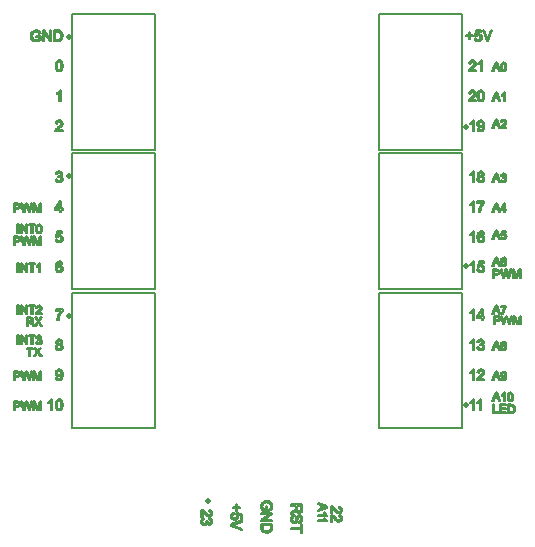
<source format=gto>
%FSLAX33Y33*%
%MOMM*%
%ADD10C,0.15*%
%ADD11C,0.5*%
%ADD12C,0.5*%
%ADD13C,0.5*%
%ADD14C,0.2032*%
D10*
%LNtop silkscreen_traces*%
%LNtop silkscreen component 3d45d2e2db06df1d*%
G01*
X6076Y20848D02*
X13126Y20848D01*
X6076Y20848D02*
X6076Y9378D01*
X13126Y9378*
X13126Y20848*
D11*
X5791Y18923D03*
%LNtop silkscreen component a203c9d8601a111d*%
D10*
X39110Y21189D02*
X32060Y21189D01*
X39110Y21189D02*
X39110Y32659D01*
X32060Y32659*
X32060Y21189*
D12*
X39395Y23114D03*
%LNtop silkscreen component 2107499bac4653bb*%
D10*
X39110Y32975D02*
X32060Y32975D01*
X39110Y32975D02*
X39110Y44445D01*
X32060Y44445*
X32060Y32975*
D12*
X39395Y34900D03*
%LNtop silkscreen component b6efed6a83d816d4*%
D10*
X6076Y32659D02*
X13126Y32659D01*
X6076Y32659D02*
X6076Y21189D01*
X13126Y21189*
X13126Y32659*
D11*
X5791Y30734D03*
%LNtop silkscreen component de9b23b3ca07d20f*%
D10*
X39110Y9402D02*
X32060Y9402D01*
X39110Y9402D02*
X39110Y20872D01*
X32060Y20872*
X32060Y9402*
D12*
X39395Y11327D03*
%LNtop silkscreen component 033f7e3a28d45462*%
D10*
X6076Y44445D02*
X13126Y44445D01*
X6076Y44445D02*
X6076Y32975D01*
X13126Y32975*
X13126Y44445*
D11*
X5791Y42520D03*
%LNtop silkscreen component 0209c6da91707408*%
D13*
X17546Y3226D03*
%LNtext*%
D14*
X2553Y16120D02*
X2553Y16120D01*
X2553Y16120*
X2793Y16120*
X2793Y16205*
X2218Y16205*
X2218Y16120*
X2457Y16120*
X2458Y16120*
X2458Y15479*
X2553Y15479*
X2553Y16120*
X3210Y15862D02*
X3210Y15862D01*
X3210Y15863*
X3465Y16205*
X3361Y16205*
X3215Y16012*
X3199Y15991*
X3184Y15970*
X3170Y15949*
X3157Y15929*
X3157Y15929*
X3147Y15946*
X3133Y15967*
X3117Y15991*
X3098Y16018*
X2966Y16205*
X2853Y16205*
X3101Y15857*
X3101Y15857*
X2820Y15479*
X2934Y15479*
X3117Y15732*
X3123Y15741*
X3130Y15753*
X3140Y15768*
X3151Y15787*
X3152Y15787*
X3160Y15773*
X3168Y15761*
X3176Y15749*
X3184Y15738*
X3367Y15479*
X3485Y15479*
X3210Y15862*
X25042Y2828D02*
X25042Y2828D01*
X25042Y2828*
X25042Y2688*
X25042Y2688*
X25042Y2667*
X25042Y2667*
X25041Y2648*
X25041Y2648*
X25040Y2633*
X25040Y2633*
X25038Y2621*
X25038Y2621*
X25034Y2607*
X25034Y2607*
X25028Y2593*
X25028Y2593*
X25022Y2580*
X25022Y2580*
X25014Y2566*
X25014Y2566*
X25003Y2552*
X25003Y2552*
X24990Y2537*
X24990Y2537*
X24973Y2522*
X24973Y2522*
X24953Y2505*
X24953Y2505*
X24929Y2487*
X24929Y2487*
X24900Y2466*
X24900Y2466*
X24866Y2443*
X24866Y2443*
X24827Y2418*
X24827Y2418*
X24639Y2298*
X24639Y2148*
X24885Y2306*
X24920Y2329*
X24952Y2354*
X24980Y2379*
X25006Y2405*
X25017Y2419*
X25028Y2436*
X25040Y2455*
X25051Y2478*
X25052Y2478*
X25064Y2416*
X25082Y2364*
X25106Y2320*
X25136Y2284*
X25171Y2257*
X25210Y2238*
X25253Y2226*
X25299Y2222*
X25336Y2224*
X25371Y2231*
X25404Y2243*
X25436Y2260*
X25464Y2280*
X25488Y2304*
X25508Y2331*
X25522Y2360*
X25533Y2396*
X25540Y2438*
X25545Y2488*
X25547Y2545*
X25547Y2948*
X24639Y2948*
X24639Y2828*
X25042Y2828*
X25146Y2828D02*
X25146Y2828D01*
X25146Y2569*
X25147Y2530*
X25150Y2496*
X25155Y2466*
X25163Y2440*
X25173Y2418*
X25185Y2399*
X25200Y2383*
X25217Y2370*
X25237Y2359*
X25257Y2351*
X25277Y2347*
X25299Y2345*
X25330Y2348*
X25358Y2357*
X25383Y2372*
X25405Y2392*
X25423Y2419*
X25436Y2453*
X25444Y2493*
X25447Y2540*
X25447Y2828*
X25146Y2828*
X24625Y1639D02*
X24625Y1639D01*
X24632Y1594*
X24643Y1551*
X24659Y1511*
X24678Y1475*
X24701Y1443*
X24728Y1415*
X24758Y1392*
X24791Y1374*
X24824Y1361*
X24859Y1353*
X24895Y1351*
X24930Y1353*
X24963Y1360*
X24995Y1372*
X25024Y1388*
X25051Y1410*
X25075Y1436*
X25097Y1468*
X25116Y1505*
X25129Y1538*
X25143Y1583*
X25158Y1639*
X25174Y1706*
X25174Y1706*
X25191Y1773*
X25191Y1773*
X25207Y1825*
X25207Y1825*
X25223Y1864*
X25223Y1864*
X25239Y1888*
X25239Y1888*
X25256Y1904*
X25256Y1904*
X25275Y1915*
X25275Y1915*
X25297Y1921*
X25297Y1921*
X25320Y1924*
X25320Y1924*
X25347Y1920*
X25347Y1920*
X25373Y1911*
X25373Y1911*
X25396Y1895*
X25396Y1895*
X25417Y1874*
X25417Y1873*
X25435Y1845*
X25435Y1845*
X25447Y1809*
X25447Y1809*
X25455Y1765*
X25455Y1765*
X25457Y1714*
X25457Y1714*
X25454Y1665*
X25454Y1665*
X25446Y1622*
X25446Y1622*
X25432Y1585*
X25432Y1585*
X25413Y1555*
X25413Y1555*
X25388Y1531*
X25388Y1531*
X25358Y1513*
X25358Y1513*
X25323Y1500*
X25323Y1500*
X25283Y1492*
X25291Y1378*
X25330Y1382*
X25367Y1391*
X25401Y1404*
X25434Y1422*
X25464Y1445*
X25489Y1473*
X25511Y1505*
X25530Y1541*
X25544Y1581*
X25554Y1624*
X25560Y1670*
X25562Y1719*
X25560Y1764*
X25554Y1807*
X25545Y1847*
X25531Y1886*
X25514Y1921*
X25493Y1952*
X25469Y1978*
X25440Y2000*
X25410Y2017*
X25379Y2029*
X25346Y2036*
X25312Y2039*
X25282Y2037*
X25253Y2031*
X25225Y2021*
X25199Y2007*
X25175Y1989*
X25153Y1967*
X25133Y1940*
X25115Y1910*
X25101Y1880*
X25087Y1841*
X25073Y1792*
X25058Y1734*
X25044Y1677*
X25044Y1677*
X25032Y1631*
X25032Y1631*
X25022Y1596*
X25022Y1596*
X25014Y1573*
X25014Y1573*
X25002Y1546*
X25002Y1546*
X24989Y1523*
X24989Y1523*
X24975Y1505*
X24975Y1505*
X24960Y1490*
X24960Y1490*
X24943Y1480*
X24943Y1480*
X24925Y1472*
X24925Y1472*
X24906Y1467*
X24906Y1467*
X24885Y1466*
X24885Y1466*
X24864Y1467*
X24864Y1467*
X24844Y1472*
X24844Y1472*
X24825Y1480*
X24825Y1480*
X24807Y1491*
X24807Y1491*
X24790Y1506*
X24790Y1506*
X24775Y1524*
X24775Y1524*
X24762Y1545*
X24762Y1545*
X24750Y1570*
X24750Y1570*
X24741Y1597*
X24741Y1597*
X24735Y1627*
X24735Y1627*
X24731Y1658*
X24731Y1658*
X24730Y1692*
X24730Y1692*
X24732Y1730*
X24732Y1730*
X24737Y1766*
X24737Y1766*
X24745Y1799*
X24745Y1800*
X24757Y1832*
X24757Y1832*
X24771Y1861*
X24771Y1861*
X24788Y1885*
X24788Y1886*
X24807Y1906*
X24807Y1906*
X24828Y1923*
X24828Y1923*
X24851Y1937*
X24851Y1937*
X24878Y1947*
X24878Y1947*
X24907Y1955*
X24907Y1955*
X24939Y1961*
X24930Y2073*
X24886Y2069*
X24844Y2060*
X24804Y2044*
X24767Y2023*
X24733Y1998*
X24704Y1967*
X24679Y1932*
X24659Y1893*
X24643Y1849*
X24632Y1800*
X24625Y1745*
X24623Y1686*
X24625Y1639*
X25440Y0835D02*
X25440Y0835D01*
X25440Y0834*
X25440Y0534*
X25547Y0534*
X25547Y1253*
X25440Y1253*
X25440Y0954*
X25440Y0954*
X24639Y0954*
X24639Y0835*
X25440Y0835*
X40097Y11834D02*
X40097Y11834D01*
X40026Y11834*
X40009Y11805*
X40009Y11805*
X39986Y11775*
X39986Y11775*
X39959Y11744*
X39959Y11744*
X39926Y11713*
X39926Y11713*
X39890Y11683*
X39890Y11683*
X39850Y11655*
X39850Y11655*
X39808Y11629*
X39808Y11629*
X39763Y11606*
X39763Y11499*
X39789Y11510*
X39817Y11523*
X39848Y11539*
X39880Y11557*
X39911Y11576*
X39939Y11595*
X39963Y11614*
X39985Y11634*
X39986Y11634*
X39986Y10923*
X40097Y10923*
X40097Y11834*
X40709Y11834D02*
X40709Y11834D01*
X40638Y11834*
X40621Y11805*
X40621Y11805*
X40598Y11775*
X40598Y11775*
X40571Y11744*
X40571Y11744*
X40538Y11713*
X40538Y11713*
X40502Y11683*
X40502Y11683*
X40462Y11655*
X40462Y11655*
X40420Y11629*
X40420Y11629*
X40375Y11606*
X40375Y11499*
X40401Y11510*
X40430Y11523*
X40460Y11539*
X40492Y11557*
X40523Y11576*
X40551Y11595*
X40576Y11614*
X40597Y11634*
X40598Y11634*
X40598Y10923*
X40709Y10923*
X40709Y11834*
X4935Y18609D02*
X4935Y18609D01*
X4935Y18609*
X4945Y18672*
X4945Y18672*
X4957Y18734*
X4957Y18734*
X4972Y18792*
X4972Y18792*
X4998Y18872*
X4998Y18872*
X5028Y18952*
X5028Y18952*
X5064Y19030*
X5064Y19030*
X5104Y19107*
X5104Y19107*
X5147Y19180*
X5147Y19180*
X5189Y19245*
X5189Y19245*
X5233Y19303*
X5233Y19303*
X5276Y19353*
X5276Y19439*
X4688Y19439*
X4688Y19333*
X5133Y19333*
X5134Y19332*
X5092Y19281*
X5051Y19224*
X5011Y19162*
X4973Y19094*
X4938Y19023*
X4907Y18950*
X4880Y18876*
X4858Y18801*
X4840Y18728*
X4827Y18660*
X4819Y18598*
X4815Y18543*
X4929Y18543*
X4935Y18609*
X5267Y34651D02*
X5267Y34651D01*
X4821Y34651*
X4821Y34651*
X4831Y34667*
X4831Y34667*
X4842Y34682*
X4842Y34682*
X4854Y34697*
X4854Y34697*
X4868Y34712*
X4868Y34712*
X4887Y34731*
X4887Y34731*
X4914Y34756*
X4914Y34756*
X4951Y34788*
X4951Y34788*
X4997Y34827*
X5053Y34875*
X5100Y34917*
X5139Y34955*
X5169Y34986*
X5193Y35015*
X5213Y35043*
X5230Y35071*
X5243Y35097*
X5253Y35124*
X5260Y35150*
X5264Y35177*
X5265Y35204*
X5261Y35256*
X5246Y35303*
X5222Y35346*
X5189Y35384*
X5148Y35416*
X5099Y35438*
X5044Y35452*
X4982Y35456*
X4921Y35452*
X4866Y35440*
X4818Y35419*
X4776Y35389*
X4742Y35352*
X4716Y35307*
X4698Y35254*
X4688Y35194*
X4801Y35183*
X4805Y35223*
X4805Y35223*
X4814Y35259*
X4814Y35259*
X4829Y35290*
X4829Y35290*
X4851Y35316*
X4851Y35316*
X4877Y35338*
X4877Y35338*
X4907Y35353*
X4907Y35353*
X4942Y35362*
X4942Y35362*
X4980Y35365*
X4980Y35365*
X5016Y35362*
X5016Y35362*
X5049Y35354*
X5049Y35353*
X5078Y35339*
X5078Y35339*
X5104Y35319*
X5104Y35319*
X5125Y35295*
X5125Y35295*
X5140Y35268*
X5140Y35268*
X5149Y35239*
X5149Y35239*
X5152Y35207*
X5152Y35207*
X5148Y35175*
X5148Y35175*
X5139Y35142*
X5139Y35142*
X5122Y35107*
X5122Y35107*
X5099Y35072*
X5099Y35072*
X5067Y35034*
X5067Y35034*
X5023Y34989*
X5023Y34989*
X4967Y34937*
X4967Y34937*
X4899Y34880*
X4899Y34880*
X4854Y34842*
X4815Y34806*
X4781Y34773*
X4753Y34742*
X4729Y34712*
X4709Y34682*
X4693Y34652*
X4680Y34621*
X4673Y34603*
X4669Y34583*
X4667Y34564*
X4667Y34545*
X5267Y34545*
X5267Y34651*
X40097Y16914D02*
X40097Y16914D01*
X40026Y16914*
X40009Y16885*
X40009Y16885*
X39986Y16855*
X39986Y16855*
X39959Y16824*
X39959Y16824*
X39926Y16793*
X39926Y16793*
X39890Y16763*
X39890Y16763*
X39850Y16735*
X39850Y16735*
X39808Y16709*
X39808Y16709*
X39763Y16686*
X39763Y16579*
X39789Y16590*
X39817Y16603*
X39848Y16619*
X39880Y16637*
X39911Y16656*
X39939Y16675*
X39963Y16694*
X39985Y16714*
X39986Y16714*
X39986Y16003*
X40097Y16003*
X40097Y16914*
X40736Y15992D02*
X40736Y15992D01*
X40794Y16007*
X40846Y16033*
X40892Y16069*
X40930Y16113*
X40957Y16161*
X40973Y16213*
X40978Y16271*
X40976Y16313*
X40967Y16351*
X40953Y16386*
X40934Y16417*
X40909Y16444*
X40880Y16465*
X40847Y16482*
X40809Y16494*
X40809Y16495*
X40838Y16510*
X40863Y16528*
X40885Y16549*
X40902Y16572*
X40916Y16596*
X40926Y16622*
X40932Y16650*
X40934Y16679*
X40932Y16709*
X40926Y16739*
X40915Y16768*
X40901Y16795*
X40882Y16822*
X40860Y16845*
X40835Y16865*
X40805Y16882*
X40773Y16896*
X40740Y16906*
X40705Y16912*
X40668Y16914*
X40617Y16910*
X40569Y16899*
X40527Y16880*
X40488Y16853*
X40455Y16819*
X40429Y16779*
X40409Y16732*
X40395Y16680*
X40506Y16660*
X40514Y16698*
X40514Y16698*
X40526Y16731*
X40526Y16731*
X40542Y16759*
X40542Y16759*
X40562Y16782*
X40562Y16782*
X40585Y16800*
X40585Y16800*
X40611Y16813*
X40611Y16813*
X40639Y16821*
X40640Y16821*
X40671Y16824*
X40671Y16824*
X40702Y16821*
X40702Y16821*
X40731Y16813*
X40731Y16813*
X40756Y16801*
X40756Y16801*
X40778Y16783*
X40778Y16783*
X40797Y16762*
X40797Y16762*
X40810Y16737*
X40810Y16737*
X40817Y16711*
X40818Y16710*
X40820Y16681*
X40820Y16681*
X40817Y16645*
X40817Y16645*
X40806Y16613*
X40806Y16613*
X40788Y16587*
X40788Y16587*
X40763Y16566*
X40763Y16566*
X40733Y16550*
X40733Y16550*
X40702Y16538*
X40702Y16538*
X40669Y16531*
X40669Y16531*
X40634Y16529*
X40634Y16529*
X40630Y16529*
X40630Y16529*
X40626Y16529*
X40626Y16529*
X40621Y16529*
X40621Y16529*
X40617Y16530*
X40604Y16433*
X40626Y16438*
X40626Y16438*
X40647Y16442*
X40647Y16442*
X40666Y16444*
X40666Y16444*
X40683Y16445*
X40683Y16445*
X40720Y16442*
X40720Y16442*
X40753Y16433*
X40753Y16433*
X40784Y16417*
X40784Y16417*
X40811Y16395*
X40811Y16395*
X40833Y16369*
X40833Y16368*
X40848Y16338*
X40848Y16338*
X40858Y16305*
X40858Y16305*
X40861Y16268*
X40861Y16268*
X40858Y16229*
X40858Y16229*
X40847Y16194*
X40847Y16194*
X40830Y16161*
X40830Y16161*
X40807Y16133*
X40807Y16132*
X40778Y16109*
X40778Y16109*
X40746Y16091*
X40746Y16091*
X40711Y16081*
X40711Y16081*
X40673Y16078*
X40673Y16078*
X40641Y16080*
X40641Y16080*
X40612Y16088*
X40612Y16088*
X40585Y16101*
X40585Y16101*
X40560Y16120*
X40560Y16120*
X40539Y16144*
X40539Y16144*
X40521Y16175*
X40521Y16175*
X40506Y16213*
X40506Y16213*
X40495Y16256*
X40384Y16242*
X40394Y16188*
X40412Y16139*
X40439Y16096*
X40474Y16058*
X40516Y16026*
X40563Y16004*
X40615Y15991*
X40673Y15986*
X40736Y15992*
X22085Y2721D02*
X22085Y2721D01*
X22092Y2672*
X22103Y2624*
X22119Y2577*
X22139Y2530*
X22163Y2484*
X22192Y2439*
X22225Y2394*
X22561Y2394*
X22561Y2778*
X22455Y2778*
X22455Y2511*
X22455Y2511*
X22285Y2511*
X22285Y2511*
X22268Y2533*
X22268Y2533*
X22252Y2559*
X22252Y2559*
X22236Y2589*
X22236Y2589*
X22221Y2624*
X22221Y2624*
X22207Y2661*
X22207Y2662*
X22198Y2699*
X22198Y2699*
X22192Y2738*
X22192Y2738*
X22191Y2777*
X22191Y2777*
X22193Y2821*
X22193Y2821*
X22200Y2864*
X22200Y2864*
X22213Y2906*
X22213Y2906*
X22230Y2947*
X22230Y2947*
X22253Y2985*
X22253Y2985*
X22281Y3017*
X22281Y3018*
X22314Y3046*
X22314Y3046*
X22352Y3069*
X22352Y3069*
X22395Y3087*
X22396Y3087*
X22444Y3100*
X22444Y3100*
X22497Y3108*
X22497Y3108*
X22556Y3111*
X22556Y3111*
X22604Y3109*
X22604Y3109*
X22651Y3102*
X22651Y3102*
X22696Y3091*
X22696Y3091*
X22739Y3076*
X22739Y3076*
X22763Y3065*
X22763Y3065*
X22786Y3052*
X22786Y3052*
X22808Y3036*
X22808Y3036*
X22829Y3019*
X22829Y3019*
X22848Y2999*
X22848Y2999*
X22866Y2976*
X22866Y2976*
X22881Y2950*
X22881Y2950*
X22895Y2921*
X22895Y2921*
X22906Y2890*
X22906Y2890*
X22914Y2856*
X22914Y2856*
X22919Y2819*
X22919Y2818*
X22920Y2779*
X22920Y2779*
X22919Y2745*
X22919Y2745*
X22914Y2713*
X22914Y2713*
X22907Y2682*
X22907Y2682*
X22896Y2653*
X22896Y2653*
X22883Y2627*
X22883Y2627*
X22868Y2603*
X22868Y2603*
X22851Y2583*
X22851Y2583*
X22833Y2566*
X22833Y2566*
X22811Y2552*
X22811Y2552*
X22785Y2538*
X22785Y2538*
X22756Y2526*
X22756Y2526*
X22724Y2515*
X22753Y2408*
X22796Y2421*
X22836Y2437*
X22871Y2455*
X22901Y2476*
X22928Y2501*
X22952Y2530*
X22973Y2564*
X22990Y2601*
X23004Y2642*
X23014Y2685*
X23020Y2731*
X23022Y2779*
X23019Y2845*
X23008Y2907*
X22991Y2965*
X22966Y3019*
X22935Y3068*
X22896Y3111*
X22849Y3148*
X22796Y3178*
X22737Y3203*
X22676Y3220*
X22613Y3230*
X22548Y3234*
X22483Y3230*
X22421Y3220*
X22362Y3203*
X22306Y3178*
X22255Y3147*
X22210Y3109*
X22172Y3064*
X22140Y3013*
X22115Y2957*
X22097Y2898*
X22087Y2835*
X22083Y2770*
X22085Y2721*
X23007Y1502D02*
X23007Y1502D01*
X23007Y1616*
X22293Y1616*
X22293Y1617*
X23007Y2094*
X23007Y2217*
X22099Y2217*
X22099Y2103*
X22813Y2103*
X22813Y2102*
X22099Y1624*
X22099Y1502*
X23007Y1502*
X22099Y0931D02*
X22099Y0931D01*
X22102Y0893*
X22107Y0858*
X22114Y0825*
X22123Y0794*
X22133Y0766*
X22145Y0740*
X22160Y0717*
X22176Y0695*
X22195Y0674*
X22217Y0653*
X22242Y0634*
X22270Y0616*
X22301Y0600*
X22336Y0585*
X22374Y0572*
X22416Y0562*
X22460Y0554*
X22507Y0549*
X22558Y0548*
X22617Y0550*
X22672Y0557*
X22725Y0568*
X22773Y0584*
X22819Y0604*
X22859Y0628*
X22896Y0657*
X22929Y0691*
X22950Y0720*
X22968Y0752*
X22983Y0787*
X22994Y0824*
X22999Y0855*
X23003Y0892*
X23006Y0936*
X23007Y0986*
X23007Y1298*
X22099Y1298*
X22099Y0971*
X22099Y0931*
X22205Y1179D02*
X22205Y1179D01*
X22205Y0985*
X22206Y0942*
X22209Y0904*
X22215Y0872*
X22222Y0844*
X22231Y0819*
X22242Y0798*
X22255Y0778*
X22269Y0762*
X22292Y0742*
X22319Y0724*
X22350Y0708*
X22384Y0695*
X22422Y0685*
X22464Y0677*
X22510Y0673*
X22559Y0671*
X22627Y0674*
X22685Y0683*
X22736Y0698*
X22779Y0718*
X22814Y0743*
X22843Y0770*
X22865Y0800*
X22881Y0832*
X22889Y0860*
X22895Y0895*
X22899Y0938*
X22900Y0988*
X22900Y1179*
X22205Y1179*
X42037Y14189D02*
X42037Y14189D01*
X41934Y14189*
X41655Y13463*
X41756Y13463*
X41836Y13683*
X41836Y13683*
X42141Y13683*
X42141Y13683*
X42226Y13463*
X42334Y13463*
X42037Y14189*
X42035Y13962D02*
X42035Y13962D01*
X42035Y13962*
X42018Y14006*
X42018Y14006*
X42004Y14045*
X42004Y14045*
X41992Y14081*
X41992Y14081*
X41984Y14111*
X41976Y14078*
X41976Y14078*
X41967Y14043*
X41967Y14043*
X41957Y14008*
X41957Y14008*
X41945Y13974*
X41945Y13974*
X41865Y13761*
X42110Y13761*
X42035Y13962*
X42632Y13453D02*
X42632Y13453D01*
X42669Y13461*
X42702Y13474*
X42733Y13493*
X42761Y13517*
X42786Y13546*
X42806Y13580*
X42823Y13619*
X42837Y13663*
X42846Y13715*
X42852Y13774*
X42854Y13841*
X42852Y13904*
X42846Y13959*
X42836Y14006*
X42823Y14045*
X42806Y14078*
X42786Y14107*
X42762Y14133*
X42734Y14154*
X42704Y14170*
X42672Y14182*
X42639Y14189*
X42605Y14192*
X42558Y14188*
X42515Y14175*
X42476Y14154*
X42441Y14124*
X42413Y14088*
X42393Y14046*
X42380Y13999*
X42376Y13947*
X42380Y13896*
X42392Y13850*
X42411Y13810*
X42439Y13774*
X42472Y13746*
X42508Y13725*
X42548Y13713*
X42591Y13709*
X42618Y13711*
X42643Y13716*
X42668Y13724*
X42691Y13736*
X42713Y13750*
X42733Y13766*
X42750Y13784*
X42765Y13805*
X42765Y13805*
X42766Y13799*
X42766Y13799*
X42766Y13794*
X42766Y13794*
X42766Y13790*
X42766Y13790*
X42766Y13786*
X42766Y13786*
X42765Y13759*
X42765Y13759*
X42762Y13731*
X42762Y13731*
X42758Y13704*
X42758Y13704*
X42752Y13677*
X42752Y13677*
X42745Y13652*
X42745Y13652*
X42737Y13629*
X42737Y13629*
X42729Y13609*
X42729Y13609*
X42719Y13592*
X42719Y13592*
X42708Y13577*
X42708Y13577*
X42696Y13564*
X42696Y13564*
X42683Y13552*
X42683Y13552*
X42668Y13541*
X42668Y13541*
X42652Y13533*
X42652Y13533*
X42634Y13527*
X42634Y13527*
X42616Y13524*
X42616Y13524*
X42596Y13523*
X42596Y13523*
X42573Y13524*
X42573Y13524*
X42552Y13529*
X42552Y13529*
X42533Y13538*
X42533Y13538*
X42516Y13550*
X42516Y13550*
X42502Y13566*
X42502Y13566*
X42490Y13586*
X42490Y13586*
X42481Y13610*
X42481Y13610*
X42475Y13638*
X42390Y13630*
X42398Y13590*
X42411Y13554*
X42430Y13523*
X42455Y13497*
X42483Y13477*
X42516Y13462*
X42553Y13453*
X42594Y13450*
X42632Y13453*
X42755Y13951D02*
X42755Y13951D01*
X42752Y13988*
X42745Y14020*
X42732Y14049*
X42714Y14073*
X42692Y14093*
X42669Y14107*
X42643Y14116*
X42615Y14118*
X42587Y14115*
X42560Y14106*
X42535Y14091*
X42512Y14070*
X42492Y14044*
X42479Y14014*
X42470Y13981*
X42468Y13944*
X42470Y13911*
X42478Y13881*
X42491Y13854*
X42510Y13831*
X42532Y13812*
X42556Y13798*
X42583Y13790*
X42613Y13787*
X42643Y13790*
X42669Y13798*
X42694Y13812*
X42715Y13831*
X42732Y13855*
X42745Y13883*
X42752Y13915*
X42755Y13951*
X5024Y39612D02*
X5024Y39612D01*
X5068Y39622*
X5107Y39639*
X5142Y39663*
X5172Y39692*
X5199Y39727*
X5221Y39768*
X5240Y39814*
X5254Y39867*
X5264Y39928*
X5271Y39996*
X5273Y40072*
X5271Y40136*
X5268Y40194*
X5261Y40244*
X5252Y40287*
X5241Y40325*
X5228Y40361*
X5213Y40393*
X5196Y40422*
X5177Y40448*
X5155Y40471*
X5131Y40491*
X5105Y40507*
X5076Y40520*
X5045Y40529*
X5012Y40534*
X4977Y40536*
X4929Y40533*
X4886Y40523*
X4847Y40506*
X4812Y40483*
X4782Y40454*
X4755Y40419*
X4733Y40378*
X4714Y40332*
X4700Y40279*
X4689Y40218*
X4683Y40149*
X4681Y40072*
X4687Y39953*
X4703Y39852*
X4731Y39769*
X4771Y39703*
X4812Y39662*
X4860Y39633*
X4915Y39615*
X4977Y39609*
X5024Y39612*
X4795Y40072D02*
X4795Y40072D01*
X4798Y39970*
X4808Y39886*
X4825Y39821*
X4848Y39774*
X4875Y39742*
X4906Y39719*
X4940Y39705*
X4977Y39700*
X5014Y39705*
X5048Y39719*
X5078Y39742*
X5106Y39775*
X5129Y39821*
X5145Y39886*
X5155Y39970*
X5158Y40072*
X5155Y40175*
X5145Y40259*
X5129Y40324*
X5106Y40371*
X5078Y40403*
X5047Y40426*
X5013Y40440*
X4976Y40444*
X4939Y40440*
X4906Y40428*
X4878Y40408*
X4853Y40379*
X4828Y40329*
X4810Y40261*
X4799Y40175*
X4795Y40072*
X40097Y19454D02*
X40097Y19454D01*
X40026Y19454*
X40009Y19425*
X40009Y19425*
X39986Y19395*
X39986Y19395*
X39959Y19364*
X39959Y19364*
X39926Y19333*
X39926Y19333*
X39890Y19303*
X39890Y19303*
X39850Y19275*
X39850Y19275*
X39808Y19249*
X39808Y19249*
X39763Y19226*
X39763Y19119*
X39789Y19130*
X39817Y19143*
X39848Y19159*
X39880Y19177*
X39911Y19196*
X39939Y19215*
X39963Y19234*
X39985Y19254*
X39986Y19254*
X39986Y18543*
X40097Y18543*
X40097Y19454*
X40852Y18760D02*
X40852Y18760D01*
X40852Y18760*
X40975Y18760*
X40975Y18861*
X40852Y18861*
X40852Y18862*
X40852Y19451*
X40762Y19451*
X40347Y18862*
X40347Y18760*
X40741Y18760*
X40741Y18760*
X40741Y18543*
X40852Y18543*
X40852Y18760*
X40740Y19270D02*
X40740Y19270D01*
X40457Y18862*
X40740Y18862*
X40740Y19270*
X39793Y42560D02*
X39793Y42560D01*
X39793Y42561*
X40040Y42561*
X40040Y42664*
X39793Y42664*
X39793Y42664*
X39793Y42911*
X39689Y42911*
X39689Y42664*
X39688Y42664*
X39441Y42664*
X39441Y42561*
X39688Y42561*
X39689Y42560*
X39689Y42311*
X39793Y42311*
X39793Y42560*
X40528Y42156D02*
X40528Y42156D01*
X40592Y42177*
X40647Y42211*
X40695Y42259*
X40726Y42306*
X40749Y42357*
X40762Y42413*
X40767Y42472*
X40762Y42534*
X40746Y42590*
X40721Y42640*
X40685Y42684*
X40642Y42720*
X40594Y42746*
X40541Y42761*
X40484Y42766*
X40440Y42763*
X40397Y42752*
X40354Y42734*
X40313Y42709*
X40312Y42709*
X40361Y42954*
X40361Y42955*
X40724Y42955*
X40724Y43060*
X40273Y43060*
X40185Y42594*
X40289Y42581*
X40302Y42599*
X40302Y42599*
X40318Y42616*
X40318Y42616*
X40336Y42631*
X40336Y42631*
X40357Y42644*
X40357Y42644*
X40379Y42655*
X40379Y42655*
X40403Y42663*
X40403Y42663*
X40428Y42667*
X40428Y42667*
X40455Y42669*
X40455Y42669*
X40496Y42665*
X40496Y42665*
X40533Y42655*
X40533Y42655*
X40566Y42638*
X40566Y42638*
X40595Y42613*
X40595Y42613*
X40619Y42583*
X40619Y42583*
X40636Y42548*
X40636Y42548*
X40646Y42508*
X40646Y42508*
X40649Y42462*
X40649Y42462*
X40646Y42414*
X40646Y42414*
X40635Y42372*
X40635Y42372*
X40618Y42334*
X40618Y42334*
X40593Y42301*
X40593Y42301*
X40564Y42274*
X40564Y42274*
X40531Y42255*
X40531Y42255*
X40495Y42244*
X40495Y42244*
X40456Y42240*
X40456Y42240*
X40424Y42242*
X40424Y42242*
X40394Y42251*
X40394Y42251*
X40367Y42264*
X40367Y42264*
X40342Y42283*
X40342Y42283*
X40320Y42307*
X40320Y42307*
X40303Y42337*
X40303Y42337*
X40290Y42372*
X40290Y42372*
X40281Y42412*
X40165Y42402*
X40175Y42348*
X40193Y42299*
X40219Y42256*
X40254Y42218*
X40296Y42188*
X40344Y42166*
X40397Y42153*
X40456Y42149*
X40528Y42156*
X41654Y43073D02*
X41654Y43073D01*
X41533Y43073*
X41287Y42412*
X41274Y42375*
X41261Y42338*
X41249Y42301*
X41238Y42263*
X41237Y42263*
X41227Y42299*
X41216Y42336*
X41203Y42373*
X41190Y42412*
X40953Y43073*
X40824Y43073*
X41176Y42165*
X41299Y42165*
X41654Y43073*
X40097Y26058D02*
X40097Y26058D01*
X40026Y26058*
X40009Y26029*
X40009Y26029*
X39986Y25999*
X39986Y25999*
X39959Y25968*
X39959Y25968*
X39926Y25937*
X39926Y25937*
X39890Y25907*
X39890Y25907*
X39850Y25879*
X39850Y25879*
X39808Y25853*
X39808Y25853*
X39763Y25830*
X39763Y25723*
X39789Y25734*
X39817Y25747*
X39848Y25763*
X39880Y25781*
X39911Y25800*
X39939Y25819*
X39963Y25838*
X39985Y25858*
X39986Y25858*
X39986Y25147*
X40097Y25147*
X40097Y26058*
X40733Y25133D02*
X40733Y25133D01*
X40771Y25141*
X40807Y25153*
X40840Y25170*
X40870Y25192*
X40897Y25218*
X40921Y25248*
X40941Y25282*
X40957Y25320*
X40969Y25359*
X40976Y25399*
X40978Y25441*
X40973Y25503*
X40958Y25559*
X40934Y25609*
X40900Y25653*
X40858Y25689*
X40813Y25715*
X40763Y25730*
X40710Y25735*
X40678Y25733*
X40647Y25728*
X40617Y25719*
X40588Y25706*
X40560Y25689*
X40534Y25668*
X40511Y25643*
X40489Y25614*
X40489Y25614*
X40491Y25679*
X40491Y25679*
X40497Y25736*
X40497Y25736*
X40507Y25784*
X40507Y25784*
X40520Y25825*
X40520Y25825*
X40537Y25860*
X40537Y25860*
X40556Y25890*
X40556Y25890*
X40578Y25916*
X40578Y25916*
X40603Y25938*
X40604Y25938*
X40625Y25951*
X40625Y25951*
X40647Y25960*
X40647Y25960*
X40671Y25966*
X40672Y25966*
X40697Y25968*
X40697Y25968*
X40729Y25965*
X40729Y25965*
X40759Y25956*
X40759Y25956*
X40785Y25941*
X40785Y25941*
X40809Y25920*
X40809Y25920*
X40822Y25902*
X40822Y25902*
X40834Y25881*
X40834Y25881*
X40843Y25855*
X40843Y25855*
X40852Y25824*
X40962Y25833*
X40951Y25882*
X40934Y25927*
X40910Y25965*
X40880Y25998*
X40843Y26025*
X40802Y26043*
X40755Y26055*
X40704Y26058*
X40636Y26052*
X40575Y26032*
X40522Y26000*
X40476Y25954*
X40433Y25886*
X40403Y25799*
X40385Y25694*
X40379Y25571*
X40384Y25462*
X40401Y25369*
X40428Y25293*
X40467Y25233*
X40514Y25189*
X40567Y25157*
X40627Y25137*
X40694Y25131*
X40733Y25133*
X40506Y25441D02*
X40506Y25441D01*
X40508Y25412*
X40513Y25384*
X40520Y25357*
X40531Y25330*
X40544Y25305*
X40560Y25284*
X40579Y25265*
X40599Y25250*
X40622Y25238*
X40645Y25229*
X40668Y25224*
X40692Y25222*
X40726Y25226*
X40758Y25237*
X40787Y25254*
X40813Y25279*
X40836Y25310*
X40852Y25347*
X40861Y25388*
X40864Y25434*
X40861Y25479*
X40852Y25519*
X40836Y25553*
X40814Y25583*
X40787Y25607*
X40757Y25624*
X40724Y25634*
X40688Y25637*
X40651Y25634*
X40618Y25624*
X40587Y25607*
X40559Y25583*
X40536Y25554*
X40520Y25520*
X40510Y25482*
X40506Y25441*
X5043Y15992D02*
X5043Y15992D01*
X5100Y16007*
X5151Y16032*
X5195Y16066*
X5231Y16108*
X5257Y16155*
X5273Y16206*
X5278Y16262*
X5275Y16302*
X5267Y16340*
X5253Y16375*
X5234Y16407*
X5210Y16435*
X5180Y16459*
X5146Y16479*
X5107Y16495*
X5107Y16495*
X5138Y16509*
X5166Y16526*
X5189Y16546*
X5207Y16568*
X5222Y16592*
X5232Y16618*
X5238Y16647*
X5240Y16677*
X5236Y16725*
X5222Y16769*
X5200Y16809*
X5168Y16845*
X5129Y16875*
X5084Y16897*
X5033Y16910*
X4977Y16914*
X4921Y16910*
X4870Y16897*
X4826Y16876*
X4787Y16847*
X4756Y16811*
X4734Y16772*
X4721Y16728*
X4716Y16680*
X4718Y16649*
X4725Y16619*
X4735Y16592*
X4750Y16568*
X4769Y16546*
X4792Y16526*
X4820Y16510*
X4853Y16495*
X4853Y16495*
X4813Y16481*
X4779Y16463*
X4749Y16441*
X4725Y16413*
X4705Y16381*
X4691Y16346*
X4682Y16307*
X4680Y16265*
X4685Y16208*
X4700Y16156*
X4726Y16109*
X4762Y16067*
X4806Y16032*
X4857Y16007*
X4915Y15992*
X4979Y15987*
X5043Y15992*
X4830Y16684D02*
X4830Y16684D01*
X4832Y16653*
X4840Y16626*
X4853Y16601*
X4871Y16579*
X4894Y16561*
X4919Y16548*
X4948Y16540*
X4979Y16538*
X5010Y16540*
X5038Y16548*
X5063Y16561*
X5085Y16578*
X5103Y16600*
X5116Y16624*
X5124Y16650*
X5126Y16678*
X5124Y16707*
X5116Y16734*
X5102Y16759*
X5084Y16781*
X5061Y16799*
X5036Y16813*
X5008Y16820*
X4978Y16823*
X4947Y16820*
X4920Y16813*
X4894Y16800*
X4872Y16782*
X4854Y16761*
X4840Y16737*
X4832Y16712*
X4830Y16684*
X4794Y16264D02*
X4794Y16264D01*
X4795Y16241*
X4800Y16217*
X4807Y16194*
X4817Y16172*
X4829Y16151*
X4845Y16132*
X4863Y16116*
X4884Y16103*
X4907Y16092*
X4930Y16084*
X4955Y16080*
X4980Y16078*
X5018Y16081*
X5053Y16091*
X5084Y16107*
X5112Y16130*
X5135Y16157*
X5151Y16188*
X5161Y16223*
X5164Y16261*
X5161Y16299*
X5151Y16334*
X5134Y16366*
X5110Y16394*
X5082Y16417*
X5050Y16433*
X5015Y16443*
X4976Y16447*
X4938Y16443*
X4904Y16434*
X4873Y16417*
X4846Y16395*
X4823Y16367*
X4807Y16336*
X4797Y16302*
X4794Y16264*
X5031Y22593D02*
X5031Y22593D01*
X5068Y22601*
X5104Y22613*
X5137Y22630*
X5168Y22652*
X5195Y22678*
X5218Y22708*
X5238Y22742*
X5254Y22780*
X5266Y22819*
X5273Y22859*
X5275Y22901*
X5270Y22963*
X5256Y23019*
X5231Y23069*
X5197Y23113*
X5156Y23149*
X5110Y23175*
X5061Y23190*
X5007Y23195*
X4976Y23193*
X4945Y23188*
X4915Y23179*
X4885Y23166*
X4857Y23149*
X4832Y23128*
X4808Y23103*
X4787Y23074*
X4786Y23074*
X4788Y23139*
X4788Y23139*
X4794Y23196*
X4794Y23196*
X4804Y23244*
X4804Y23244*
X4818Y23285*
X4818Y23285*
X4834Y23320*
X4834Y23320*
X4854Y23350*
X4854Y23350*
X4876Y23376*
X4876Y23376*
X4901Y23398*
X4901Y23398*
X4922Y23411*
X4922Y23411*
X4945Y23420*
X4945Y23420*
X4969Y23426*
X4969Y23426*
X4995Y23428*
X4995Y23428*
X5027Y23425*
X5027Y23425*
X5056Y23416*
X5056Y23416*
X5083Y23401*
X5083Y23401*
X5107Y23380*
X5107Y23380*
X5120Y23362*
X5120Y23362*
X5131Y23341*
X5131Y23341*
X5141Y23315*
X5141Y23315*
X5149Y23284*
X5259Y23293*
X5249Y23342*
X5232Y23387*
X5208Y23425*
X5177Y23458*
X5140Y23485*
X5099Y23503*
X5053Y23515*
X5002Y23518*
X4933Y23512*
X4873Y23492*
X4819Y23460*
X4773Y23414*
X4731Y23346*
X4700Y23259*
X4682Y23154*
X4676Y23031*
X4681Y22922*
X4698Y22829*
X4725Y22753*
X4764Y22693*
X4811Y22649*
X4865Y22617*
X4925Y22597*
X4991Y22591*
X5031Y22593*
X4804Y22901D02*
X4804Y22901D01*
X4805Y22872*
X4810Y22844*
X4818Y22817*
X4828Y22790*
X4842Y22765*
X4858Y22744*
X4876Y22725*
X4897Y22710*
X4919Y22698*
X4942Y22689*
X4965Y22684*
X4989Y22682*
X5023Y22686*
X5055Y22697*
X5084Y22714*
X5111Y22739*
X5133Y22770*
X5149Y22807*
X5158Y22848*
X5162Y22894*
X5158Y22939*
X5149Y22979*
X5133Y23013*
X5111Y23043*
X5085Y23067*
X5055Y23084*
X5021Y23094*
X4985Y23097*
X4948Y23094*
X4915Y23084*
X4884Y23067*
X4857Y23043*
X4833Y23014*
X4817Y22980*
X4807Y22942*
X4804Y22901*
X42037Y26127D02*
X42037Y26127D01*
X41934Y26127*
X41655Y25401*
X41756Y25401*
X41836Y25621*
X41836Y25621*
X42141Y25621*
X42141Y25621*
X42226Y25401*
X42334Y25401*
X42037Y26127*
X42035Y25900D02*
X42035Y25900D01*
X42035Y25900*
X42018Y25944*
X42018Y25944*
X42004Y25983*
X42004Y25983*
X41992Y26019*
X41992Y26019*
X41984Y26049*
X41976Y26016*
X41976Y26016*
X41967Y25981*
X41967Y25981*
X41957Y25946*
X41957Y25946*
X41945Y25912*
X41945Y25912*
X41865Y25699*
X42110Y25699*
X42035Y25900*
X42667Y25394D02*
X42667Y25394D01*
X42718Y25410*
X42762Y25438*
X42800Y25476*
X42825Y25514*
X42843Y25555*
X42854Y25599*
X42858Y25647*
X42853Y25696*
X42841Y25741*
X42821Y25781*
X42792Y25816*
X42758Y25845*
X42719Y25865*
X42678Y25878*
X42632Y25882*
X42596Y25879*
X42562Y25870*
X42528Y25856*
X42494Y25836*
X42494Y25836*
X42533Y26032*
X42533Y26033*
X42823Y26033*
X42823Y26117*
X42463Y26117*
X42392Y25744*
X42475Y25733*
X42486Y25748*
X42486Y25748*
X42499Y25762*
X42499Y25762*
X42513Y25774*
X42513Y25774*
X42530Y25784*
X42530Y25784*
X42548Y25793*
X42548Y25793*
X42567Y25799*
X42567Y25799*
X42587Y25803*
X42587Y25803*
X42608Y25804*
X42608Y25804*
X42641Y25801*
X42641Y25801*
X42671Y25793*
X42671Y25793*
X42698Y25779*
X42698Y25779*
X42721Y25760*
X42721Y25760*
X42740Y25735*
X42740Y25735*
X42753Y25707*
X42753Y25707*
X42761Y25675*
X42761Y25675*
X42764Y25639*
X42764Y25639*
X42761Y25600*
X42761Y25600*
X42753Y25566*
X42753Y25566*
X42739Y25536*
X42739Y25536*
X42719Y25509*
X42719Y25509*
X42695Y25488*
X42695Y25488*
X42669Y25473*
X42669Y25473*
X42641Y25464*
X42641Y25464*
X42610Y25461*
X42609Y25461*
X42584Y25463*
X42584Y25463*
X42560Y25469*
X42560Y25469*
X42538Y25480*
X42538Y25480*
X42518Y25495*
X42518Y25495*
X42500Y25515*
X42500Y25515*
X42486Y25538*
X42486Y25538*
X42476Y25566*
X42476Y25566*
X42469Y25598*
X42376Y25590*
X42384Y25547*
X42399Y25508*
X42420Y25474*
X42448Y25444*
X42481Y25419*
X42520Y25402*
X42562Y25392*
X42610Y25388*
X42667Y25394*
X40097Y23518D02*
X40097Y23518D01*
X40026Y23518*
X40009Y23489*
X40009Y23489*
X39986Y23459*
X39986Y23459*
X39959Y23428*
X39959Y23428*
X39926Y23397*
X39926Y23397*
X39890Y23367*
X39890Y23367*
X39850Y23339*
X39850Y23339*
X39808Y23313*
X39808Y23313*
X39763Y23290*
X39763Y23183*
X39789Y23194*
X39817Y23207*
X39848Y23223*
X39880Y23241*
X39911Y23260*
X39939Y23279*
X39963Y23298*
X39985Y23318*
X39986Y23318*
X39986Y22607*
X40097Y22607*
X40097Y23518*
X40747Y22598D02*
X40747Y22598D01*
X40810Y22619*
X40866Y22653*
X40913Y22701*
X40945Y22748*
X40967Y22799*
X40981Y22855*
X40985Y22914*
X40980Y22976*
X40965Y23032*
X40939Y23082*
X40904Y23126*
X40860Y23162*
X40813Y23188*
X40760Y23203*
X40703Y23208*
X40659Y23205*
X40615Y23194*
X40573Y23176*
X40531Y23151*
X40531Y23151*
X40580Y23396*
X40580Y23397*
X40942Y23397*
X40942Y23502*
X40491Y23502*
X40403Y23036*
X40507Y23023*
X40521Y23041*
X40521Y23041*
X40537Y23058*
X40537Y23058*
X40555Y23073*
X40555Y23073*
X40576Y23086*
X40576Y23086*
X40598Y23097*
X40598Y23097*
X40622Y23105*
X40622Y23105*
X40647Y23109*
X40647Y23109*
X40673Y23111*
X40673Y23111*
X40715Y23107*
X40715Y23107*
X40752Y23097*
X40752Y23097*
X40785Y23080*
X40785Y23080*
X40814Y23055*
X40814Y23055*
X40838Y23025*
X40838Y23025*
X40854Y22990*
X40854Y22990*
X40864Y22950*
X40864Y22950*
X40868Y22904*
X40868Y22904*
X40864Y22856*
X40864Y22856*
X40854Y22814*
X40854Y22814*
X40836Y22776*
X40836Y22776*
X40812Y22743*
X40812Y22743*
X40782Y22716*
X40782Y22716*
X40750Y22697*
X40750Y22697*
X40714Y22686*
X40714Y22686*
X40675Y22682*
X40675Y22682*
X40643Y22684*
X40643Y22684*
X40613Y22693*
X40613Y22693*
X40585Y22706*
X40585Y22706*
X40560Y22725*
X40560Y22725*
X40539Y22749*
X40539Y22749*
X40521Y22779*
X40521Y22779*
X40508Y22814*
X40508Y22814*
X40500Y22854*
X40384Y22844*
X40393Y22790*
X40411Y22741*
X40438Y22698*
X40473Y22660*
X40515Y22630*
X40563Y22608*
X40616Y22595*
X40675Y22591*
X40747Y22598*
X3093Y42151D02*
X3093Y42151D01*
X3142Y42158*
X3190Y42169*
X3237Y42185*
X3284Y42205*
X3330Y42229*
X3375Y42258*
X3420Y42291*
X3420Y42627*
X3036Y42627*
X3036Y42521*
X3303Y42521*
X3303Y42521*
X3303Y42351*
X3303Y42351*
X3281Y42334*
X3281Y42334*
X3255Y42318*
X3255Y42318*
X3225Y42302*
X3225Y42302*
X3190Y42287*
X3190Y42287*
X3152Y42273*
X3152Y42273*
X3114Y42264*
X3114Y42264*
X3076Y42258*
X3076Y42258*
X3037Y42257*
X3037Y42257*
X2993Y42259*
X2993Y42259*
X2949Y42266*
X2949Y42266*
X2908Y42279*
X2908Y42279*
X2867Y42296*
X2867Y42296*
X2829Y42319*
X2829Y42319*
X2796Y42347*
X2796Y42347*
X2768Y42380*
X2768Y42380*
X2745Y42418*
X2745Y42418*
X2726Y42461*
X2726Y42462*
X2713Y42510*
X2713Y42510*
X2706Y42563*
X2706Y42563*
X2703Y42622*
X2703Y42622*
X2705Y42670*
X2705Y42670*
X2712Y42717*
X2712Y42717*
X2722Y42762*
X2722Y42762*
X2738Y42805*
X2738Y42805*
X2749Y42829*
X2749Y42829*
X2762Y42852*
X2762Y42852*
X2778Y42874*
X2778Y42874*
X2795Y42895*
X2795Y42895*
X2815Y42914*
X2815Y42914*
X2838Y42932*
X2838Y42932*
X2864Y42947*
X2864Y42947*
X2892Y42961*
X2892Y42961*
X2924Y42972*
X2924Y42972*
X2958Y42980*
X2958Y42980*
X2995Y42985*
X2995Y42985*
X3035Y42986*
X3035Y42986*
X3069Y42985*
X3069Y42985*
X3101Y42980*
X3101Y42980*
X3132Y42973*
X3132Y42973*
X3161Y42962*
X3161Y42962*
X3187Y42949*
X3187Y42949*
X3211Y42934*
X3211Y42934*
X3231Y42917*
X3231Y42917*
X3248Y42899*
X3248Y42899*
X3262Y42877*
X3262Y42877*
X3276Y42851*
X3276Y42851*
X3288Y42822*
X3288Y42822*
X3298Y42790*
X3406Y42819*
X3393Y42862*
X3377Y42902*
X3359Y42937*
X3337Y42967*
X3313Y42994*
X3284Y43018*
X3250Y43039*
X3213Y43056*
X3172Y43070*
X3128Y43080*
X3083Y43086*
X3035Y43088*
X2969Y43085*
X2907Y43074*
X2849Y43057*
X2795Y43032*
X2746Y43001*
X2703Y42962*
X2666Y42915*
X2635Y42862*
X2611Y42803*
X2594Y42742*
X2583Y42679*
X2580Y42614*
X2583Y42549*
X2594Y42487*
X2611Y42428*
X2636Y42372*
X2667Y42321*
X2705Y42276*
X2749Y42238*
X2801Y42206*
X2857Y42181*
X2916Y42163*
X2978Y42153*
X3044Y42149*
X3093Y42151*
X4312Y43073D02*
X4312Y43073D01*
X4198Y43073*
X4198Y42359*
X4197Y42359*
X3720Y43073*
X3597Y43073*
X3597Y42165*
X3711Y42165*
X3711Y42879*
X3712Y42879*
X4190Y42165*
X4312Y42165*
X4312Y43073*
X4883Y42165D02*
X4883Y42165D01*
X4921Y42168*
X4956Y42173*
X4989Y42180*
X5019Y42189*
X5048Y42199*
X5074Y42211*
X5097Y42226*
X5119Y42242*
X5140Y42261*
X5160Y42283*
X5180Y42308*
X5198Y42336*
X5214Y42367*
X5229Y42402*
X5242Y42440*
X5252Y42482*
X5260Y42526*
X5264Y42573*
X5266Y42624*
X5264Y42683*
X5257Y42738*
X5246Y42791*
X5230Y42839*
X5210Y42885*
X5186Y42925*
X5156Y42962*
X5123Y42995*
X5094Y43016*
X5062Y43034*
X5027Y43049*
X4990Y43060*
X4959Y43065*
X4921Y43069*
X4878Y43072*
X4828Y43073*
X4515Y43073*
X4515Y42165*
X4843Y42165*
X4883Y42165*
X4635Y42271D02*
X4635Y42271D01*
X4829Y42271*
X4872Y42272*
X4909Y42275*
X4942Y42281*
X4970Y42288*
X4995Y42297*
X5016Y42308*
X5035Y42321*
X5052Y42335*
X5072Y42358*
X5090Y42385*
X5105Y42416*
X5118Y42450*
X5129Y42488*
X5136Y42530*
X5141Y42576*
X5142Y42625*
X5139Y42693*
X5131Y42751*
X5116Y42802*
X5096Y42845*
X5071Y42880*
X5044Y42909*
X5014Y42931*
X4982Y42947*
X4954Y42955*
X4919Y42961*
X4876Y42965*
X4826Y42966*
X4635Y42966*
X4635Y42271*
X42037Y37811D02*
X42037Y37811D01*
X41934Y37811*
X41655Y37085*
X41756Y37085*
X41836Y37305*
X41836Y37305*
X42141Y37305*
X42141Y37305*
X42226Y37085*
X42334Y37085*
X42037Y37811*
X42035Y37584D02*
X42035Y37584D01*
X42035Y37584*
X42018Y37628*
X42018Y37628*
X42004Y37667*
X42004Y37667*
X41992Y37703*
X41992Y37703*
X41984Y37733*
X41976Y37700*
X41976Y37700*
X41967Y37665*
X41967Y37665*
X41957Y37630*
X41957Y37630*
X41945Y37596*
X41945Y37596*
X41865Y37383*
X42110Y37383*
X42035Y37584*
X42712Y37814D02*
X42712Y37814D01*
X42655Y37814*
X42641Y37790*
X42641Y37790*
X42624Y37766*
X42624Y37766*
X42602Y37742*
X42602Y37742*
X42576Y37717*
X42576Y37717*
X42546Y37692*
X42546Y37692*
X42515Y37670*
X42515Y37670*
X42481Y37650*
X42481Y37650*
X42445Y37631*
X42445Y37546*
X42466Y37554*
X42488Y37565*
X42513Y37578*
X42538Y37592*
X42563Y37607*
X42585Y37623*
X42605Y37638*
X42623Y37654*
X42623Y37653*
X42623Y37085*
X42712Y37085*
X42712Y37814*
X41830Y22394D02*
X41830Y22394D01*
X41830Y22394*
X42017Y22394*
X42088Y22398*
X42147Y22410*
X42195Y22430*
X42230Y22458*
X42256Y22492*
X42274Y22529*
X42285Y22570*
X42289Y22615*
X42288Y22641*
X42283Y22667*
X42277Y22691*
X42267Y22714*
X42255Y22735*
X42241Y22754*
X42226Y22770*
X42209Y22784*
X42190Y22795*
X42168Y22805*
X42145Y22812*
X42119Y22818*
X42098Y22821*
X42073Y22823*
X42043Y22824*
X42009Y22825*
X41735Y22825*
X41735Y22099*
X41830Y22099*
X41830Y22394*
X41831Y22479D02*
X41831Y22479D01*
X42019Y22479*
X42062Y22482*
X42098Y22488*
X42128Y22499*
X42151Y22514*
X42168Y22533*
X42180Y22556*
X42188Y22582*
X42190Y22612*
X42189Y22634*
X42185Y22654*
X42177Y22673*
X42167Y22690*
X42155Y22705*
X42140Y22717*
X42124Y22726*
X42106Y22733*
X42092Y22736*
X42072Y22738*
X42047Y22739*
X42017Y22739*
X41831Y22739*
X41831Y22479*
X43281Y22825D02*
X43281Y22825D01*
X43185Y22825*
X43071Y22358*
X43071Y22358*
X43060Y22314*
X43051Y22274*
X43042Y22235*
X43035Y22199*
X43034Y22199*
X43024Y22261*
X43011Y22324*
X42995Y22390*
X42977Y22457*
X42873Y22825*
X42758Y22825*
X42619Y22334*
X42616Y22319*
X42609Y22291*
X42599Y22252*
X42587Y22199*
X42586Y22199*
X42579Y22237*
X42572Y22274*
X42564Y22311*
X42555Y22348*
X42444Y22825*
X42347Y22825*
X42539Y22099*
X42637Y22099*
X42791Y22652*
X42796Y22671*
X42801Y22691*
X42807Y22713*
X42813Y22738*
X42813Y22738*
X42816Y22726*
X42821Y22708*
X42828Y22684*
X42836Y22652*
X42836Y22652*
X42989Y22099*
X43081Y22099*
X43281Y22825*
X44062Y22825D02*
X44062Y22825D01*
X43933Y22825*
X43759Y22319*
X43747Y22283*
X43736Y22252*
X43727Y22225*
X43720Y22202*
X43719Y22202*
X43713Y22223*
X43705Y22247*
X43696Y22276*
X43685Y22310*
X43513Y22825*
X43369Y22825*
X43369Y22099*
X43460Y22099*
X43460Y22718*
X43461Y22718*
X43672Y22099*
X43758Y22099*
X43969Y22707*
X43970Y22707*
X43970Y22099*
X44062Y22099*
X44062Y22825*
X42037Y23841D02*
X42037Y23841D01*
X41934Y23841*
X41655Y23115*
X41756Y23115*
X41836Y23335*
X41836Y23335*
X42141Y23335*
X42141Y23335*
X42226Y23115*
X42334Y23115*
X42037Y23841*
X42035Y23614D02*
X42035Y23614D01*
X42035Y23614*
X42018Y23658*
X42018Y23658*
X42004Y23697*
X42004Y23697*
X41992Y23733*
X41992Y23733*
X41984Y23763*
X41976Y23730*
X41976Y23730*
X41967Y23695*
X41967Y23695*
X41957Y23660*
X41957Y23660*
X41945Y23626*
X41945Y23626*
X41865Y23413*
X42110Y23413*
X42035Y23614*
X42656Y23104D02*
X42656Y23104D01*
X42686Y23110*
X42715Y23120*
X42741Y23133*
X42766Y23151*
X42787Y23171*
X42806Y23196*
X42822Y23223*
X42835Y23253*
X42844Y23284*
X42850Y23317*
X42852Y23350*
X42848Y23400*
X42836Y23445*
X42816Y23485*
X42789Y23520*
X42756Y23548*
X42720Y23569*
X42680Y23581*
X42637Y23585*
X42612Y23584*
X42587Y23579*
X42563Y23572*
X42540Y23562*
X42517Y23548*
X42497Y23531*
X42478Y23512*
X42461Y23488*
X42460Y23489*
X42462Y23541*
X42462Y23541*
X42467Y23586*
X42467Y23586*
X42475Y23625*
X42475Y23625*
X42486Y23657*
X42486Y23657*
X42499Y23685*
X42499Y23685*
X42514Y23709*
X42514Y23710*
X42532Y23730*
X42532Y23730*
X42552Y23747*
X42552Y23747*
X42569Y23758*
X42569Y23758*
X42587Y23765*
X42587Y23765*
X42607Y23770*
X42607Y23770*
X42627Y23771*
X42627Y23771*
X42653Y23769*
X42653Y23769*
X42676Y23762*
X42676Y23762*
X42698Y23750*
X42698Y23750*
X42717Y23733*
X42717Y23733*
X42727Y23719*
X42727Y23719*
X42736Y23702*
X42736Y23702*
X42744Y23681*
X42744Y23681*
X42751Y23657*
X42839Y23664*
X42831Y23703*
X42817Y23739*
X42798Y23769*
X42773Y23796*
X42744Y23817*
X42711Y23832*
X42674Y23841*
X42633Y23844*
X42578Y23839*
X42530Y23823*
X42487Y23797*
X42450Y23761*
X42416Y23706*
X42392Y23636*
X42377Y23552*
X42372Y23454*
X42377Y23367*
X42390Y23293*
X42412Y23232*
X42443Y23184*
X42480Y23148*
X42523Y23123*
X42571Y23107*
X42624Y23102*
X42656Y23104*
X42475Y23350D02*
X42475Y23350D01*
X42476Y23327*
X42479Y23304*
X42486Y23283*
X42494Y23261*
X42505Y23242*
X42518Y23224*
X42532Y23209*
X42549Y23197*
X42567Y23187*
X42585Y23181*
X42604Y23176*
X42623Y23175*
X42650Y23178*
X42675Y23186*
X42699Y23201*
X42720Y23221*
X42738Y23246*
X42751Y23274*
X42758Y23308*
X42761Y23345*
X42758Y23380*
X42751Y23412*
X42738Y23440*
X42721Y23463*
X42699Y23482*
X42675Y23496*
X42649Y23504*
X42619Y23507*
X42590Y23504*
X42563Y23496*
X42539Y23482*
X42517Y23463*
X42498Y23440*
X42485Y23413*
X42477Y23383*
X42475Y23350*
X42037Y40351D02*
X42037Y40351D01*
X41934Y40351*
X41655Y39625*
X41756Y39625*
X41836Y39845*
X41836Y39845*
X42141Y39845*
X42141Y39845*
X42226Y39625*
X42334Y39625*
X42037Y40351*
X42035Y40124D02*
X42035Y40124D01*
X42035Y40124*
X42018Y40168*
X42018Y40168*
X42004Y40207*
X42004Y40207*
X41992Y40243*
X41992Y40243*
X41984Y40273*
X41976Y40240*
X41976Y40240*
X41967Y40205*
X41967Y40205*
X41957Y40170*
X41957Y40170*
X41945Y40136*
X41945Y40136*
X41865Y39923*
X42110Y39923*
X42035Y40124*
X42651Y39615D02*
X42651Y39615D01*
X42686Y39623*
X42717Y39636*
X42745Y39655*
X42769Y39679*
X42791Y39707*
X42809Y39739*
X42823Y39776*
X42835Y39819*
X42843Y39867*
X42848Y39922*
X42850Y39983*
X42849Y40034*
X42846Y40080*
X42840Y40120*
X42833Y40154*
X42824Y40185*
X42814Y40213*
X42802Y40239*
X42788Y40262*
X42773Y40283*
X42756Y40302*
X42736Y40317*
X42715Y40330*
X42693Y40341*
X42668Y40348*
X42641Y40352*
X42613Y40354*
X42575Y40351*
X42541Y40343*
X42509Y40330*
X42482Y40311*
X42457Y40288*
X42436Y40260*
X42418Y40227*
X42403Y40190*
X42391Y40148*
X42383Y40099*
X42378Y40044*
X42376Y39983*
X42381Y39887*
X42394Y39806*
X42417Y39740*
X42448Y39687*
X42481Y39654*
X42519Y39631*
X42563Y39617*
X42613Y39612*
X42651Y39615*
X42468Y39983D02*
X42468Y39983D01*
X42470Y39901*
X42478Y39834*
X42491Y39781*
X42510Y39744*
X42532Y39718*
X42556Y39700*
X42583Y39689*
X42613Y39685*
X42643Y39689*
X42670Y39700*
X42694Y39719*
X42716Y39745*
X42735Y39782*
X42748Y39834*
X42756Y39901*
X42758Y39983*
X42756Y40065*
X42748Y40132*
X42735Y40184*
X42716Y40221*
X42694Y40247*
X42669Y40266*
X42642Y40277*
X42612Y40280*
X42583Y40277*
X42557Y40267*
X42534Y40251*
X42514Y40228*
X42494Y40188*
X42479Y40134*
X42471Y40065*
X42468Y39983*
X40097Y28598D02*
X40097Y28598D01*
X40026Y28598*
X40009Y28569*
X40009Y28569*
X39986Y28539*
X39986Y28539*
X39959Y28508*
X39959Y28508*
X39926Y28477*
X39926Y28477*
X39890Y28447*
X39890Y28447*
X39850Y28419*
X39850Y28419*
X39808Y28393*
X39808Y28393*
X39763Y28370*
X39763Y28263*
X39789Y28274*
X39817Y28287*
X39848Y28303*
X39880Y28321*
X39911Y28340*
X39939Y28359*
X39963Y28378*
X39985Y28398*
X39986Y28398*
X39986Y27687*
X40097Y27687*
X40097Y28598*
X40638Y27753D02*
X40638Y27753D01*
X40638Y27753*
X40647Y27816*
X40647Y27816*
X40659Y27878*
X40659Y27878*
X40675Y27936*
X40675Y27936*
X40700Y28016*
X40700Y28016*
X40731Y28096*
X40731Y28096*
X40766Y28174*
X40766Y28174*
X40806Y28251*
X40806Y28251*
X40849Y28324*
X40849Y28324*
X40892Y28389*
X40892Y28389*
X40935Y28447*
X40935Y28447*
X40978Y28497*
X40978Y28583*
X40391Y28583*
X40391Y28477*
X40836Y28477*
X40836Y28476*
X40794Y28425*
X40754Y28368*
X40714Y28306*
X40676Y28238*
X40640Y28167*
X40609Y28094*
X40583Y28020*
X40560Y27945*
X40543Y27872*
X40530Y27804*
X40521Y27742*
X40518Y27687*
X40632Y27687*
X40638Y27753*
X42037Y28413D02*
X42037Y28413D01*
X41934Y28413*
X41655Y27687*
X41756Y27687*
X41836Y27907*
X41836Y27907*
X42141Y27907*
X42141Y27907*
X42226Y27687*
X42334Y27687*
X42037Y28413*
X42035Y28186D02*
X42035Y28186D01*
X42035Y28186*
X42018Y28230*
X42018Y28230*
X42004Y28269*
X42004Y28269*
X41992Y28305*
X41992Y28305*
X41984Y28335*
X41976Y28302*
X41976Y28302*
X41967Y28267*
X41967Y28267*
X41957Y28232*
X41957Y28232*
X41945Y28198*
X41945Y28198*
X41865Y27985*
X42110Y27985*
X42035Y28186*
X42751Y27860D02*
X42751Y27860D01*
X42751Y27861*
X42849Y27861*
X42849Y27941*
X42751Y27941*
X42751Y27942*
X42751Y28413*
X42679Y28413*
X42347Y27942*
X42347Y27861*
X42662Y27861*
X42663Y27860*
X42663Y27687*
X42751Y27687*
X42751Y27860*
X42662Y28268D02*
X42662Y28268D01*
X42435Y27942*
X42662Y27942*
X42662Y28268*
X1545Y26635D02*
X1545Y26635D01*
X1450Y26635*
X1450Y25909*
X1545Y25909*
X1545Y26635*
X2286Y26635D02*
X2286Y26635D01*
X2195Y26635*
X2195Y26064*
X2195Y26064*
X1812Y26635*
X1715Y26635*
X1715Y25909*
X1806Y25909*
X1806Y26480*
X1806Y26480*
X2189Y25909*
X2286Y25909*
X2286Y26635*
X2730Y26550D02*
X2730Y26550D01*
X2730Y26550*
X2970Y26550*
X2970Y26635*
X2395Y26635*
X2395Y26550*
X2634Y26550*
X2634Y26550*
X2634Y25909*
X2730Y25909*
X2730Y26550*
X3308Y25899D02*
X3308Y25899D01*
X3343Y25907*
X3374Y25920*
X3402Y25939*
X3427Y25963*
X3448Y25991*
X3466Y26023*
X3481Y26060*
X3492Y26103*
X3500Y26151*
X3505Y26206*
X3507Y26267*
X3506Y26318*
X3503Y26364*
X3498Y26404*
X3491Y26438*
X3482Y26469*
X3471Y26497*
X3459Y26523*
X3445Y26546*
X3430Y26567*
X3413Y26586*
X3394Y26601*
X3373Y26614*
X3350Y26625*
X3325Y26632*
X3299Y26636*
X3270Y26638*
X3232Y26635*
X3198Y26627*
X3167Y26614*
X3139Y26595*
X3114Y26572*
X3093Y26544*
X3075Y26511*
X3060Y26474*
X3049Y26432*
X3040Y26383*
X3035Y26328*
X3034Y26267*
X3038Y26171*
X3052Y26090*
X3074Y26024*
X3105Y25971*
X3138Y25938*
X3177Y25915*
X3221Y25901*
X3270Y25896*
X3308Y25899*
X3125Y26267D02*
X3125Y26267D01*
X3128Y26185*
X3135Y26118*
X3148Y26065*
X3167Y26028*
X3189Y26002*
X3214Y25984*
X3241Y25973*
X3270Y25969*
X3300Y25973*
X3327Y25984*
X3351Y26003*
X3374Y26029*
X3392Y26066*
X3405Y26118*
X3413Y26185*
X3416Y26267*
X3413Y26349*
X3405Y26416*
X3392Y26468*
X3374Y26505*
X3351Y26531*
X3327Y26550*
X3299Y26561*
X3269Y26564*
X3240Y26561*
X3214Y26551*
X3191Y26535*
X3171Y26512*
X3151Y26472*
X3136Y26418*
X3128Y26349*
X3125Y26267*
X42037Y12411D02*
X42037Y12411D01*
X41934Y12411*
X41655Y11685*
X41756Y11685*
X41836Y11905*
X41836Y11905*
X42141Y11905*
X42141Y11905*
X42226Y11685*
X42334Y11685*
X42037Y12411*
X42035Y12184D02*
X42035Y12184D01*
X42035Y12184*
X42018Y12228*
X42018Y12228*
X42004Y12267*
X42004Y12267*
X41992Y12303*
X41992Y12303*
X41984Y12333*
X41976Y12300*
X41976Y12300*
X41967Y12265*
X41967Y12265*
X41957Y12230*
X41957Y12230*
X41945Y12196*
X41945Y12196*
X41865Y11983*
X42110Y11983*
X42035Y12184*
X42712Y12414D02*
X42712Y12414D01*
X42655Y12414*
X42641Y12390*
X42641Y12390*
X42624Y12366*
X42624Y12366*
X42602Y12342*
X42602Y12342*
X42576Y12317*
X42576Y12317*
X42546Y12292*
X42546Y12292*
X42515Y12270*
X42515Y12270*
X42481Y12250*
X42481Y12250*
X42445Y12231*
X42445Y12146*
X42466Y12154*
X42488Y12165*
X42513Y12178*
X42538Y12192*
X42563Y12207*
X42585Y12223*
X42605Y12238*
X42623Y12254*
X42623Y12253*
X42623Y11685*
X42712Y11685*
X42712Y12414*
X43216Y11675D02*
X43216Y11675D01*
X43251Y11683*
X43282Y11696*
X43310Y11715*
X43334Y11739*
X43356Y11767*
X43374Y11799*
X43388Y11836*
X43400Y11879*
X43408Y11927*
X43413Y11982*
X43415Y12043*
X43414Y12094*
X43411Y12140*
X43405Y12180*
X43398Y12214*
X43389Y12245*
X43379Y12273*
X43367Y12299*
X43353Y12322*
X43338Y12343*
X43321Y12362*
X43302Y12377*
X43280Y12390*
X43258Y12401*
X43233Y12408*
X43206Y12412*
X43178Y12414*
X43140Y12411*
X43106Y12403*
X43074Y12390*
X43047Y12371*
X43022Y12348*
X43001Y12320*
X42983Y12287*
X42968Y12250*
X42956Y12208*
X42948Y12159*
X42943Y12104*
X42941Y12043*
X42946Y11947*
X42959Y11866*
X42982Y11800*
X43013Y11747*
X43046Y11714*
X43084Y11691*
X43128Y11677*
X43178Y11672*
X43216Y11675*
X43033Y12043D02*
X43033Y12043D01*
X43035Y11961*
X43043Y11894*
X43056Y11841*
X43075Y11804*
X43097Y11778*
X43121Y11760*
X43149Y11749*
X43178Y11745*
X43208Y11749*
X43235Y11760*
X43259Y11779*
X43281Y11805*
X43300Y11842*
X43313Y11894*
X43321Y11961*
X43323Y12043*
X43321Y12125*
X43313Y12192*
X43300Y12244*
X43281Y12281*
X43259Y12307*
X43234Y12326*
X43207Y12337*
X43177Y12340*
X43148Y12337*
X43122Y12327*
X43099Y12311*
X43079Y12288*
X43059Y12248*
X43044Y12194*
X43036Y12125*
X43033Y12043*
X40263Y37191D02*
X40263Y37191D01*
X39817Y37191*
X39817Y37191*
X39827Y37207*
X39827Y37207*
X39838Y37222*
X39838Y37222*
X39851Y37237*
X39851Y37237*
X39864Y37252*
X39864Y37252*
X39883Y37271*
X39883Y37271*
X39911Y37296*
X39911Y37296*
X39948Y37328*
X39948Y37328*
X39993Y37367*
X40049Y37415*
X40096Y37457*
X40135Y37495*
X40165Y37526*
X40189Y37555*
X40210Y37583*
X40226Y37611*
X40239Y37637*
X40249Y37664*
X40256Y37690*
X40260Y37717*
X40262Y37744*
X40257Y37796*
X40243Y37843*
X40219Y37886*
X40185Y37924*
X40144Y37956*
X40096Y37978*
X40041Y37992*
X39979Y37996*
X39917Y37992*
X39862Y37980*
X39814Y37959*
X39773Y37929*
X39738Y37892*
X39712Y37847*
X39694Y37794*
X39684Y37734*
X39798Y37723*
X39801Y37763*
X39801Y37763*
X39810Y37799*
X39810Y37799*
X39826Y37830*
X39826Y37830*
X39847Y37856*
X39847Y37856*
X39873Y37878*
X39873Y37878*
X39903Y37893*
X39904Y37893*
X39938Y37902*
X39938Y37902*
X39976Y37905*
X39976Y37905*
X40013Y37902*
X40013Y37902*
X40045Y37894*
X40045Y37893*
X40075Y37879*
X40075Y37879*
X40100Y37859*
X40100Y37859*
X40121Y37835*
X40121Y37835*
X40136Y37808*
X40136Y37808*
X40145Y37779*
X40145Y37779*
X40148Y37747*
X40148Y37747*
X40145Y37715*
X40145Y37715*
X40135Y37682*
X40135Y37682*
X40119Y37647*
X40119Y37647*
X40096Y37612*
X40096Y37612*
X40064Y37574*
X40064Y37574*
X40020Y37529*
X40020Y37529*
X39963Y37477*
X39963Y37477*
X39895Y37420*
X39895Y37420*
X39850Y37382*
X39811Y37346*
X39777Y37313*
X39749Y37282*
X39726Y37252*
X39706Y37222*
X39689Y37192*
X39676Y37161*
X39670Y37143*
X39666Y37123*
X39663Y37104*
X39663Y37085*
X40263Y37085*
X40263Y37191*
X40727Y37072D02*
X40727Y37072D01*
X40771Y37082*
X40810Y37099*
X40844Y37123*
X40875Y37152*
X40902Y37187*
X40924Y37228*
X40943Y37274*
X40957Y37327*
X40967Y37388*
X40973Y37456*
X40975Y37532*
X40974Y37596*
X40970Y37654*
X40964Y37704*
X40955Y37747*
X40944Y37785*
X40931Y37821*
X40916Y37853*
X40899Y37882*
X40879Y37908*
X40858Y37931*
X40834Y37951*
X40808Y37967*
X40779Y37980*
X40748Y37989*
X40715Y37994*
X40679Y37996*
X40632Y37993*
X40589Y37983*
X40550Y37966*
X40515Y37943*
X40484Y37914*
X40458Y37879*
X40435Y37838*
X40417Y37792*
X40402Y37739*
X40392Y37678*
X40386Y37609*
X40384Y37532*
X40389Y37413*
X40406Y37312*
X40434Y37229*
X40473Y37163*
X40514Y37122*
X40562Y37093*
X40617Y37075*
X40679Y37069*
X40727Y37072*
X40498Y37532D02*
X40498Y37532D01*
X40501Y37430*
X40511Y37346*
X40527Y37281*
X40550Y37234*
X40578Y37202*
X40609Y37179*
X40643Y37165*
X40679Y37160*
X40716Y37165*
X40750Y37179*
X40781Y37202*
X40809Y37235*
X40832Y37281*
X40848Y37346*
X40858Y37430*
X40861Y37532*
X40858Y37635*
X40848Y37719*
X40832Y37784*
X40809Y37831*
X40781Y37863*
X40750Y37886*
X40716Y37900*
X40678Y37904*
X40642Y37900*
X40609Y37888*
X40580Y37868*
X40555Y37839*
X40530Y37789*
X40512Y37721*
X40501Y37635*
X40498Y37532*
X40097Y35456D02*
X40097Y35456D01*
X40026Y35456*
X40009Y35427*
X40009Y35427*
X39986Y35397*
X39986Y35397*
X39959Y35366*
X39959Y35366*
X39926Y35335*
X39926Y35335*
X39890Y35305*
X39890Y35305*
X39850Y35277*
X39850Y35277*
X39808Y35251*
X39808Y35251*
X39763Y35228*
X39763Y35121*
X39789Y35132*
X39817Y35145*
X39848Y35161*
X39880Y35179*
X39911Y35198*
X39939Y35217*
X39963Y35236*
X39985Y35256*
X39986Y35256*
X39986Y34545*
X40097Y34545*
X40097Y35456*
X40704Y34532D02*
X40704Y34532D01*
X40749Y34542*
X40791Y34559*
X40830Y34583*
X40865Y34613*
X40896Y34649*
X40921Y34691*
X40943Y34740*
X40959Y34796*
X40971Y34861*
X40978Y34934*
X40980Y35017*
X40978Y35096*
X40971Y35165*
X40959Y35224*
X40942Y35273*
X40921Y35314*
X40895Y35351*
X40865Y35382*
X40831Y35409*
X40793Y35429*
X40754Y35444*
X40712Y35453*
X40669Y35456*
X40610Y35451*
X40557Y35435*
X40508Y35409*
X40465Y35372*
X40429Y35327*
X40404Y35274*
X40389Y35216*
X40384Y35150*
X40388Y35086*
X40403Y35029*
X40427Y34979*
X40462Y34934*
X40503Y34899*
X40548Y34873*
X40598Y34858*
X40652Y34853*
X40685Y34855*
X40717Y34861*
X40748Y34871*
X40777Y34886*
X40805Y34904*
X40829Y34924*
X40851Y34947*
X40869Y34972*
X40870Y34972*
X40870Y34965*
X40870Y34965*
X40870Y34959*
X40870Y34959*
X40870Y34954*
X40870Y34954*
X40870Y34950*
X40870Y34950*
X40869Y34915*
X40869Y34915*
X40866Y34881*
X40866Y34881*
X40861Y34847*
X40861Y34847*
X40854Y34813*
X40854Y34813*
X40845Y34781*
X40845Y34781*
X40835Y34753*
X40835Y34753*
X40824Y34728*
X40824Y34728*
X40812Y34707*
X40812Y34706*
X40799Y34688*
X40799Y34688*
X40784Y34671*
X40784Y34671*
X40767Y34656*
X40767Y34656*
X40748Y34643*
X40748Y34643*
X40728Y34633*
X40728Y34633*
X40706Y34626*
X40706Y34626*
X40683Y34621*
X40683Y34621*
X40658Y34620*
X40658Y34620*
X40629Y34622*
X40629Y34622*
X40603Y34628*
X40603Y34628*
X40579Y34639*
X40579Y34639*
X40559Y34654*
X40559Y34654*
X40541Y34674*
X40541Y34674*
X40526Y34699*
X40526Y34699*
X40515Y34729*
X40515Y34729*
X40507Y34764*
X40400Y34754*
X40410Y34704*
X40427Y34659*
X40451Y34621*
X40481Y34588*
X40518Y34562*
X40559Y34544*
X40604Y34533*
X40655Y34529*
X40704Y34532*
X40857Y35155D02*
X40857Y35155D01*
X40854Y35201*
X40844Y35242*
X40828Y35277*
X40806Y35308*
X40779Y35333*
X40749Y35350*
X40717Y35361*
X40683Y35364*
X40647Y35361*
X40613Y35349*
X40582Y35330*
X40553Y35304*
X40529Y35271*
X40512Y35234*
X40501Y35192*
X40498Y35146*
X40501Y35105*
X40511Y35067*
X40527Y35034*
X40550Y35005*
X40578Y34981*
X40609Y34964*
X40643Y34954*
X40679Y34951*
X40716Y34954*
X40750Y34964*
X40780Y34981*
X40807Y35005*
X40829Y35035*
X40844Y35070*
X40854Y35110*
X40857Y35155*
X1247Y13758D02*
X1247Y13758D01*
X1247Y13758*
X1434Y13758*
X1505Y13762*
X1564Y13774*
X1612Y13794*
X1647Y13822*
X1673Y13856*
X1691Y13893*
X1702Y13934*
X1706Y13979*
X1705Y14005*
X1700Y14031*
X1694Y14055*
X1684Y14078*
X1672Y14099*
X1658Y14118*
X1643Y14134*
X1626Y14148*
X1607Y14159*
X1585Y14169*
X1562Y14176*
X1536Y14182*
X1515Y14185*
X1490Y14187*
X1460Y14188*
X1426Y14189*
X1152Y14189*
X1152Y13463*
X1247Y13463*
X1247Y13758*
X1248Y13843D02*
X1248Y13843D01*
X1436Y13843*
X1479Y13846*
X1515Y13852*
X1545Y13863*
X1568Y13878*
X1585Y13897*
X1597Y13920*
X1605Y13946*
X1607Y13976*
X1606Y13998*
X1602Y14018*
X1594Y14037*
X1584Y14054*
X1572Y14069*
X1557Y14081*
X1541Y14090*
X1523Y14097*
X1509Y14100*
X1489Y14102*
X1464Y14103*
X1434Y14103*
X1248Y14103*
X1248Y13843*
X2698Y14189D02*
X2698Y14189D01*
X2602Y14189*
X2488Y13722*
X2488Y13722*
X2477Y13678*
X2468Y13638*
X2459Y13599*
X2452Y13563*
X2451Y13563*
X2441Y13625*
X2428Y13688*
X2412Y13754*
X2394Y13821*
X2290Y14189*
X2175Y14189*
X2036Y13698*
X2033Y13683*
X2026Y13655*
X2016Y13616*
X2004Y13563*
X2003Y13563*
X1996Y13601*
X1989Y13638*
X1981Y13675*
X1972Y13712*
X1861Y14189*
X1764Y14189*
X1956Y13463*
X2054Y13463*
X2208Y14016*
X2213Y14035*
X2218Y14055*
X2224Y14077*
X2229Y14102*
X2230Y14102*
X2233Y14090*
X2238Y14072*
X2245Y14048*
X2253Y14016*
X2253Y14016*
X2406Y13463*
X2498Y13463*
X2698Y14189*
X3479Y14189D02*
X3479Y14189D01*
X3350Y14189*
X3176Y13683*
X3164Y13647*
X3153Y13616*
X3144Y13589*
X3137Y13566*
X3136Y13566*
X3130Y13587*
X3122Y13611*
X3113Y13640*
X3102Y13674*
X2930Y14189*
X2786Y14189*
X2786Y13463*
X2877Y13463*
X2877Y14082*
X2878Y14082*
X3089Y13463*
X3175Y13463*
X3386Y14071*
X3387Y14071*
X3387Y13463*
X3479Y13463*
X3479Y14189*
X28109Y2187D02*
X28109Y2187D01*
X28109Y2633*
X28109Y2633*
X28125Y2623*
X28125Y2623*
X28140Y2612*
X28140Y2612*
X28155Y2599*
X28155Y2599*
X28170Y2586*
X28170Y2586*
X28189Y2567*
X28189Y2567*
X28214Y2539*
X28214Y2539*
X28246Y2502*
X28246Y2502*
X28285Y2457*
X28333Y2401*
X28375Y2354*
X28413Y2315*
X28444Y2285*
X28473Y2261*
X28501Y2240*
X28529Y2224*
X28555Y2211*
X28582Y2201*
X28608Y2194*
X28635Y2190*
X28662Y2188*
X28714Y2193*
X28761Y2207*
X28804Y2231*
X28842Y2265*
X28874Y2306*
X28896Y2354*
X28910Y2409*
X28914Y2471*
X28910Y2533*
X28898Y2588*
X28877Y2636*
X28847Y2677*
X28810Y2712*
X28765Y2738*
X28712Y2756*
X28652Y2766*
X28641Y2652*
X28681Y2649*
X28681Y2649*
X28717Y2640*
X28717Y2640*
X28748Y2624*
X28748Y2624*
X28774Y2603*
X28774Y2603*
X28796Y2577*
X28796Y2577*
X28811Y2547*
X28811Y2546*
X28820Y2512*
X28820Y2512*
X28823Y2474*
X28823Y2474*
X28820Y2437*
X28820Y2437*
X28812Y2405*
X28811Y2405*
X28797Y2375*
X28797Y2375*
X28777Y2350*
X28777Y2350*
X28753Y2329*
X28753Y2329*
X28726Y2314*
X28726Y2314*
X28697Y2305*
X28697Y2305*
X28665Y2302*
X28665Y2302*
X28633Y2305*
X28633Y2305*
X28600Y2315*
X28600Y2315*
X28565Y2331*
X28565Y2331*
X28530Y2354*
X28530Y2354*
X28492Y2386*
X28492Y2386*
X28447Y2430*
X28447Y2430*
X28395Y2487*
X28395Y2487*
X28338Y2555*
X28338Y2555*
X28300Y2600*
X28264Y2639*
X28231Y2673*
X28200Y2701*
X28170Y2724*
X28140Y2744*
X28110Y2761*
X28079Y2774*
X28061Y2780*
X28041Y2784*
X28022Y2787*
X28003Y2787*
X28003Y2187*
X28109Y2187*
X28109Y1481D02*
X28109Y1481D01*
X28109Y1927*
X28109Y1927*
X28125Y1917*
X28125Y1917*
X28140Y1906*
X28140Y1906*
X28155Y1893*
X28155Y1893*
X28170Y1879*
X28170Y1879*
X28189Y1861*
X28189Y1861*
X28214Y1833*
X28214Y1833*
X28246Y1796*
X28246Y1796*
X28285Y1750*
X28333Y1695*
X28375Y1647*
X28413Y1609*
X28444Y1578*
X28473Y1554*
X28501Y1534*
X28529Y1517*
X28555Y1504*
X28582Y1495*
X28608Y1488*
X28635Y1483*
X28662Y1482*
X28714Y1487*
X28761Y1501*
X28804Y1525*
X28842Y1558*
X28874Y1600*
X28896Y1648*
X28910Y1703*
X28914Y1765*
X28910Y1826*
X28898Y1881*
X28877Y1929*
X28847Y1971*
X28810Y2005*
X28765Y2032*
X28712Y2050*
X28652Y2060*
X28641Y1946*
X28681Y1943*
X28681Y1943*
X28717Y1933*
X28717Y1933*
X28748Y1918*
X28748Y1918*
X28774Y1897*
X28774Y1897*
X28796Y1871*
X28796Y1870*
X28811Y1840*
X28811Y1840*
X28820Y1806*
X28820Y1806*
X28823Y1767*
X28823Y1767*
X28820Y1731*
X28820Y1731*
X28812Y1698*
X28811Y1698*
X28797Y1669*
X28797Y1669*
X28777Y1643*
X28777Y1643*
X28753Y1623*
X28753Y1623*
X28726Y1608*
X28726Y1608*
X28697Y1599*
X28697Y1599*
X28665Y1596*
X28665Y1596*
X28633Y1599*
X28633Y1599*
X28600Y1609*
X28600Y1609*
X28565Y1625*
X28565Y1625*
X28530Y1648*
X28530Y1648*
X28492Y1680*
X28492Y1680*
X28447Y1724*
X28447Y1724*
X28395Y1780*
X28395Y1780*
X28338Y1848*
X28338Y1848*
X28300Y1893*
X28264Y1933*
X28231Y1966*
X28200Y1994*
X28170Y2018*
X28140Y2038*
X28110Y2055*
X28079Y2068*
X28061Y2074*
X28041Y2078*
X28022Y2080*
X28003Y2081*
X28003Y1481*
X28109Y1481*
X42037Y19777D02*
X42037Y19777D01*
X41934Y19777*
X41655Y19051*
X41756Y19051*
X41836Y19271*
X41836Y19271*
X42141Y19271*
X42141Y19271*
X42226Y19051*
X42334Y19051*
X42037Y19777*
X42035Y19550D02*
X42035Y19550D01*
X42035Y19550*
X42018Y19594*
X42018Y19594*
X42004Y19633*
X42004Y19633*
X41992Y19669*
X41992Y19669*
X41984Y19699*
X41976Y19666*
X41976Y19666*
X41967Y19631*
X41967Y19631*
X41957Y19596*
X41957Y19596*
X41945Y19562*
X41945Y19562*
X41865Y19349*
X42110Y19349*
X42035Y19550*
X42580Y19103D02*
X42580Y19103D01*
X42580Y19103*
X42587Y19154*
X42587Y19154*
X42597Y19203*
X42597Y19203*
X42609Y19250*
X42609Y19250*
X42630Y19314*
X42630Y19314*
X42654Y19378*
X42654Y19378*
X42682Y19440*
X42682Y19440*
X42714Y19502*
X42714Y19502*
X42749Y19560*
X42749Y19560*
X42783Y19613*
X42783Y19613*
X42818Y19659*
X42818Y19659*
X42852Y19699*
X42852Y19767*
X42382Y19767*
X42382Y19683*
X42738Y19683*
X42739Y19682*
X42705Y19641*
X42672Y19595*
X42641Y19546*
X42610Y19492*
X42582Y19435*
X42557Y19377*
X42536Y19317*
X42518Y19257*
X42504Y19199*
X42493Y19145*
X42487Y19095*
X42484Y19051*
X42575Y19051*
X42580Y19103*
X17125Y1901D02*
X17125Y1901D01*
X17125Y2347*
X17125Y2347*
X17141Y2337*
X17141Y2337*
X17156Y2326*
X17156Y2326*
X17171Y2313*
X17171Y2313*
X17186Y2300*
X17186Y2300*
X17205Y2281*
X17205Y2281*
X17230Y2253*
X17230Y2253*
X17262Y2216*
X17262Y2216*
X17301Y2171*
X17349Y2115*
X17391Y2068*
X17429Y2029*
X17460Y1999*
X17489Y1975*
X17517Y1954*
X17545Y1938*
X17571Y1925*
X17598Y1915*
X17624Y1908*
X17651Y1904*
X17678Y1902*
X17730Y1907*
X17777Y1921*
X17820Y1945*
X17858Y1979*
X17890Y2020*
X17912Y2068*
X17926Y2123*
X17930Y2185*
X17926Y2247*
X17914Y2302*
X17893Y2350*
X17863Y2391*
X17826Y2426*
X17781Y2452*
X17728Y2470*
X17668Y2480*
X17657Y2366*
X17697Y2363*
X17697Y2363*
X17733Y2354*
X17733Y2354*
X17764Y2338*
X17764Y2338*
X17790Y2317*
X17790Y2317*
X17812Y2291*
X17812Y2291*
X17827Y2261*
X17827Y2260*
X17836Y2226*
X17836Y2226*
X17839Y2188*
X17839Y2188*
X17836Y2151*
X17836Y2151*
X17828Y2119*
X17827Y2119*
X17813Y2089*
X17813Y2089*
X17793Y2064*
X17793Y2064*
X17769Y2043*
X17769Y2043*
X17742Y2028*
X17742Y2028*
X17713Y2019*
X17713Y2019*
X17681Y2016*
X17681Y2016*
X17649Y2019*
X17649Y2019*
X17616Y2029*
X17616Y2029*
X17581Y2045*
X17581Y2045*
X17546Y2068*
X17546Y2068*
X17508Y2100*
X17508Y2100*
X17463Y2144*
X17463Y2144*
X17411Y2201*
X17411Y2201*
X17354Y2269*
X17354Y2269*
X17316Y2314*
X17280Y2353*
X17247Y2387*
X17216Y2415*
X17186Y2438*
X17156Y2458*
X17126Y2475*
X17095Y2488*
X17077Y2494*
X17057Y2498*
X17038Y2501*
X17019Y2501*
X17019Y1901*
X17125Y1901*
X17008Y1428D02*
X17008Y1428D01*
X17023Y1370*
X17049Y1318*
X17085Y1272*
X17129Y1234*
X17177Y1207*
X17229Y1191*
X17287Y1186*
X17329Y1188*
X17367Y1197*
X17402Y1211*
X17433Y1230*
X17460Y1255*
X17481Y1284*
X17498Y1317*
X17510Y1355*
X17511Y1355*
X17526Y1326*
X17544Y1301*
X17565Y1279*
X17588Y1262*
X17612Y1248*
X17638Y1238*
X17666Y1232*
X17695Y1230*
X17725Y1232*
X17755Y1238*
X17784Y1249*
X17811Y1263*
X17838Y1282*
X17861Y1304*
X17881Y1329*
X17898Y1359*
X17912Y1391*
X17922Y1424*
X17928Y1459*
X17930Y1496*
X17926Y1547*
X17915Y1595*
X17896Y1637*
X17869Y1676*
X17835Y1709*
X17795Y1735*
X17748Y1755*
X17696Y1769*
X17676Y1658*
X17714Y1650*
X17714Y1650*
X17747Y1638*
X17747Y1638*
X17775Y1622*
X17775Y1622*
X17798Y1602*
X17798Y1602*
X17816Y1579*
X17816Y1579*
X17829Y1553*
X17829Y1553*
X17837Y1525*
X17837Y1524*
X17840Y1493*
X17840Y1493*
X17837Y1462*
X17837Y1462*
X17829Y1433*
X17829Y1433*
X17817Y1408*
X17817Y1408*
X17799Y1386*
X17799Y1386*
X17778Y1367*
X17778Y1367*
X17753Y1354*
X17753Y1354*
X17727Y1347*
X17726Y1346*
X17697Y1344*
X17697Y1344*
X17661Y1347*
X17661Y1347*
X17629Y1358*
X17629Y1358*
X17603Y1376*
X17603Y1376*
X17582Y1401*
X17582Y1401*
X17566Y1431*
X17566Y1431*
X17554Y1462*
X17554Y1462*
X17547Y1495*
X17547Y1495*
X17545Y1530*
X17545Y1530*
X17545Y1534*
X17545Y1534*
X17545Y1538*
X17545Y1538*
X17545Y1543*
X17545Y1543*
X17546Y1547*
X17449Y1560*
X17454Y1538*
X17454Y1538*
X17458Y1517*
X17458Y1517*
X17460Y1498*
X17460Y1498*
X17461Y1481*
X17461Y1481*
X17458Y1444*
X17458Y1444*
X17449Y1411*
X17449Y1411*
X17433Y1380*
X17433Y1380*
X17411Y1353*
X17411Y1353*
X17385Y1331*
X17384Y1331*
X17354Y1316*
X17354Y1316*
X17321Y1306*
X17321Y1306*
X17284Y1303*
X17284Y1303*
X17245Y1306*
X17245Y1306*
X17210Y1317*
X17210Y1317*
X17177Y1334*
X17177Y1334*
X17149Y1357*
X17148Y1357*
X17125Y1386*
X17125Y1386*
X17107Y1418*
X17107Y1418*
X17097Y1453*
X17097Y1453*
X17094Y1491*
X17094Y1491*
X17096Y1523*
X17096Y1523*
X17104Y1552*
X17104Y1552*
X17117Y1579*
X17117Y1579*
X17136Y1604*
X17136Y1604*
X17160Y1625*
X17160Y1625*
X17191Y1643*
X17191Y1643*
X17229Y1658*
X17229Y1658*
X17272Y1669*
X17258Y1780*
X17204Y1770*
X17155Y1752*
X17112Y1725*
X17074Y1690*
X17042Y1648*
X17020Y1601*
X17007Y1549*
X17002Y1491*
X17008Y1428*
X40263Y39731D02*
X40263Y39731D01*
X39817Y39731*
X39817Y39731*
X39827Y39747*
X39827Y39747*
X39838Y39762*
X39838Y39762*
X39851Y39777*
X39851Y39777*
X39864Y39792*
X39864Y39792*
X39883Y39811*
X39883Y39811*
X39911Y39836*
X39911Y39836*
X39948Y39868*
X39948Y39868*
X39993Y39907*
X40049Y39955*
X40096Y39997*
X40135Y40035*
X40165Y40066*
X40189Y40095*
X40210Y40123*
X40226Y40151*
X40239Y40177*
X40249Y40204*
X40256Y40230*
X40260Y40257*
X40262Y40284*
X40257Y40336*
X40243Y40383*
X40219Y40426*
X40185Y40464*
X40144Y40496*
X40096Y40518*
X40041Y40532*
X39979Y40536*
X39917Y40532*
X39862Y40520*
X39814Y40499*
X39773Y40469*
X39738Y40432*
X39712Y40387*
X39694Y40334*
X39684Y40274*
X39798Y40263*
X39801Y40303*
X39801Y40303*
X39810Y40339*
X39810Y40339*
X39826Y40370*
X39826Y40370*
X39847Y40396*
X39847Y40396*
X39873Y40418*
X39873Y40418*
X39903Y40433*
X39904Y40433*
X39938Y40442*
X39938Y40442*
X39976Y40445*
X39976Y40445*
X40013Y40442*
X40013Y40442*
X40045Y40434*
X40045Y40433*
X40075Y40419*
X40075Y40419*
X40100Y40399*
X40100Y40399*
X40121Y40375*
X40121Y40375*
X40136Y40348*
X40136Y40348*
X40145Y40319*
X40145Y40319*
X40148Y40287*
X40148Y40287*
X40145Y40255*
X40145Y40255*
X40135Y40222*
X40135Y40222*
X40119Y40187*
X40119Y40187*
X40096Y40152*
X40096Y40152*
X40064Y40114*
X40064Y40114*
X40020Y40069*
X40020Y40069*
X39963Y40017*
X39963Y40017*
X39895Y39960*
X39895Y39960*
X39850Y39922*
X39811Y39886*
X39777Y39853*
X39749Y39822*
X39726Y39792*
X39706Y39762*
X39689Y39732*
X39676Y39701*
X39670Y39683*
X39666Y39663*
X39663Y39644*
X39663Y39625*
X40263Y39625*
X40263Y39731*
X40803Y40536D02*
X40803Y40536D01*
X40732Y40536*
X40715Y40507*
X40715Y40507*
X40693Y40477*
X40693Y40477*
X40665Y40446*
X40665Y40446*
X40633Y40415*
X40633Y40415*
X40596Y40385*
X40596Y40385*
X40557Y40357*
X40557Y40357*
X40514Y40331*
X40514Y40331*
X40469Y40308*
X40469Y40201*
X40495Y40212*
X40524Y40225*
X40554Y40241*
X40586Y40259*
X40617Y40278*
X40645Y40297*
X40670Y40316*
X40692Y40336*
X40692Y40336*
X40692Y39625*
X40803Y39625*
X40803Y40536*
X4394Y11834D02*
X4394Y11834D01*
X4323Y11834*
X4306Y11805*
X4306Y11805*
X4284Y11775*
X4284Y11775*
X4256Y11744*
X4256Y11744*
X4224Y11713*
X4224Y11713*
X4187Y11683*
X4187Y11683*
X4148Y11655*
X4148Y11655*
X4105Y11629*
X4105Y11629*
X4060Y11606*
X4060Y11499*
X4086Y11510*
X4115Y11523*
X4145Y11539*
X4177Y11557*
X4208Y11576*
X4236Y11595*
X4261Y11614*
X4283Y11634*
X4283Y11634*
X4283Y10923*
X4394Y10923*
X4394Y11834*
X5024Y10910D02*
X5024Y10910D01*
X5068Y10920*
X5107Y10937*
X5142Y10961*
X5172Y10990*
X5199Y11025*
X5221Y11066*
X5240Y11112*
X5254Y11165*
X5264Y11226*
X5271Y11294*
X5273Y11370*
X5271Y11434*
X5268Y11492*
X5261Y11542*
X5252Y11585*
X5241Y11623*
X5228Y11659*
X5213Y11691*
X5196Y11720*
X5177Y11746*
X5155Y11769*
X5131Y11789*
X5105Y11805*
X5076Y11818*
X5045Y11827*
X5012Y11832*
X4977Y11834*
X4929Y11831*
X4886Y11821*
X4847Y11804*
X4812Y11781*
X4782Y11752*
X4755Y11717*
X4733Y11676*
X4714Y11630*
X4700Y11577*
X4689Y11516*
X4683Y11447*
X4681Y11370*
X4687Y11251*
X4703Y11150*
X4731Y11067*
X4771Y11001*
X4812Y10960*
X4860Y10931*
X4915Y10913*
X4977Y10907*
X5024Y10910*
X4795Y11370D02*
X4795Y11370D01*
X4798Y11268*
X4808Y11184*
X4825Y11119*
X4848Y11072*
X4875Y11040*
X4906Y11017*
X4940Y11003*
X4977Y10998*
X5014Y11003*
X5048Y11017*
X5078Y11040*
X5106Y11073*
X5129Y11119*
X5145Y11184*
X5155Y11268*
X5158Y11370*
X5155Y11473*
X5145Y11557*
X5129Y11622*
X5106Y11669*
X5078Y11701*
X5047Y11724*
X5013Y11738*
X4976Y11742*
X4939Y11738*
X4906Y11726*
X4878Y11706*
X4853Y11677*
X4828Y11627*
X4810Y11559*
X4799Y11473*
X4795Y11370*
X27651Y2667D02*
X27651Y2667D01*
X27651Y2770*
X26925Y3049*
X26925Y2948*
X27145Y2868*
X27145Y2868*
X27145Y2563*
X27145Y2563*
X26925Y2478*
X26925Y2370*
X27651Y2667*
X27424Y2669D02*
X27424Y2669D01*
X27424Y2669*
X27468Y2686*
X27468Y2686*
X27507Y2700*
X27507Y2700*
X27543Y2712*
X27543Y2712*
X27573Y2720*
X27540Y2728*
X27540Y2728*
X27505Y2737*
X27505Y2737*
X27470Y2747*
X27470Y2747*
X27436Y2759*
X27436Y2759*
X27223Y2839*
X27223Y2594*
X27424Y2669*
X27654Y1992D02*
X27654Y1992D01*
X27654Y2049*
X27630Y2063*
X27630Y2063*
X27606Y2080*
X27606Y2080*
X27582Y2102*
X27582Y2102*
X27557Y2128*
X27557Y2128*
X27532Y2158*
X27532Y2158*
X27510Y2189*
X27510Y2189*
X27490Y2223*
X27490Y2223*
X27471Y2259*
X27386Y2259*
X27394Y2238*
X27405Y2216*
X27418Y2191*
X27432Y2166*
X27447Y2141*
X27463Y2119*
X27478Y2099*
X27494Y2081*
X27493Y2081*
X26925Y2081*
X26925Y1992*
X27654Y1992*
X27654Y1503D02*
X27654Y1503D01*
X27654Y1559*
X27630Y1573*
X27630Y1573*
X27606Y1591*
X27606Y1591*
X27582Y1613*
X27582Y1613*
X27557Y1639*
X27557Y1639*
X27532Y1668*
X27532Y1668*
X27510Y1700*
X27510Y1700*
X27490Y1734*
X27490Y1734*
X27471Y1770*
X27386Y1770*
X27394Y1749*
X27405Y1726*
X27418Y1702*
X27432Y1676*
X27447Y1651*
X27463Y1629*
X27478Y1609*
X27494Y1592*
X27493Y1591*
X26925Y1591*
X26925Y1503*
X27654Y1503*
X1545Y23333D02*
X1545Y23333D01*
X1450Y23333*
X1450Y22607*
X1545Y22607*
X1545Y23333*
X2286Y23333D02*
X2286Y23333D01*
X2195Y23333*
X2195Y22762*
X2195Y22762*
X1812Y23333*
X1715Y23333*
X1715Y22607*
X1806Y22607*
X1806Y23178*
X1806Y23178*
X2189Y22607*
X2286Y22607*
X2286Y23333*
X2730Y23248D02*
X2730Y23248D01*
X2730Y23248*
X2970Y23248*
X2970Y23333*
X2395Y23333*
X2395Y23248*
X2634Y23248*
X2634Y23248*
X2634Y22607*
X2730Y22607*
X2730Y23248*
X3369Y23336D02*
X3369Y23336D01*
X3312Y23336*
X3299Y23312*
X3299Y23312*
X3281Y23288*
X3281Y23288*
X3259Y23264*
X3259Y23264*
X3233Y23239*
X3233Y23239*
X3204Y23214*
X3204Y23214*
X3172Y23192*
X3172Y23192*
X3138Y23172*
X3138Y23172*
X3102Y23153*
X3102Y23068*
X3123Y23076*
X3146Y23087*
X3170Y23100*
X3195Y23114*
X3220Y23129*
X3243Y23145*
X3262Y23160*
X3280Y23176*
X3281Y23175*
X3281Y22607*
X3369Y22607*
X3369Y23336*
X42037Y35525D02*
X42037Y35525D01*
X41934Y35525*
X41655Y34799*
X41756Y34799*
X41836Y35019*
X41836Y35019*
X42141Y35019*
X42141Y35019*
X42226Y34799*
X42334Y34799*
X42037Y35525*
X42035Y35298D02*
X42035Y35298D01*
X42035Y35298*
X42018Y35342*
X42018Y35342*
X42004Y35381*
X42004Y35381*
X41992Y35417*
X41992Y35417*
X41984Y35447*
X41976Y35414*
X41976Y35414*
X41967Y35379*
X41967Y35379*
X41957Y35344*
X41957Y35344*
X41945Y35310*
X41945Y35310*
X41865Y35097*
X42110Y35097*
X42035Y35298*
X42845Y34883D02*
X42845Y34883D01*
X42488Y34883*
X42488Y34884*
X42496Y34896*
X42496Y34896*
X42505Y34908*
X42505Y34908*
X42515Y34920*
X42515Y34920*
X42526Y34933*
X42526Y34933*
X42541Y34947*
X42541Y34947*
X42563Y34967*
X42563Y34967*
X42592Y34993*
X42592Y34993*
X42629Y35024*
X42674Y35063*
X42712Y35097*
X42743Y35127*
X42767Y35152*
X42786Y35175*
X42802Y35198*
X42815Y35219*
X42826Y35241*
X42834Y35262*
X42839Y35283*
X42843Y35305*
X42844Y35326*
X42840Y35367*
X42828Y35405*
X42809Y35439*
X42783Y35470*
X42750Y35495*
X42711Y35513*
X42667Y35524*
X42617Y35528*
X42568Y35524*
X42524Y35514*
X42486Y35498*
X42453Y35474*
X42425Y35444*
X42404Y35408*
X42390Y35366*
X42382Y35318*
X42473Y35309*
X42475Y35341*
X42475Y35341*
X42483Y35370*
X42483Y35370*
X42495Y35395*
X42495Y35395*
X42512Y35416*
X42512Y35416*
X42533Y35433*
X42533Y35433*
X42557Y35445*
X42557Y35445*
X42585Y35452*
X42585Y35452*
X42615Y35455*
X42615Y35455*
X42645Y35453*
X42645Y35453*
X42671Y35446*
X42671Y35446*
X42694Y35434*
X42694Y35434*
X42715Y35418*
X42715Y35418*
X42731Y35399*
X42731Y35399*
X42743Y35377*
X42743Y35377*
X42751Y35354*
X42751Y35354*
X42753Y35328*
X42753Y35328*
X42750Y35303*
X42750Y35303*
X42742Y35276*
X42742Y35276*
X42729Y35249*
X42729Y35249*
X42711Y35221*
X42711Y35221*
X42685Y35190*
X42685Y35190*
X42650Y35154*
X42650Y35154*
X42605Y35113*
X42605Y35113*
X42551Y35066*
X42551Y35066*
X42515Y35036*
X42483Y35008*
X42456Y34981*
X42434Y34956*
X42415Y34933*
X42399Y34908*
X42386Y34884*
X42375Y34860*
X42370Y34845*
X42367Y34830*
X42365Y34814*
X42365Y34799*
X42845Y34799*
X42845Y34883*
X2320Y18357D02*
X2320Y18357D01*
X2320Y18357*
X2432Y18357*
X2432Y18357*
X2450Y18357*
X2450Y18357*
X2464Y18357*
X2464Y18357*
X2476Y18356*
X2476Y18356*
X2486Y18354*
X2486Y18354*
X2497Y18351*
X2497Y18351*
X2508Y18346*
X2508Y18346*
X2519Y18341*
X2519Y18341*
X2530Y18335*
X2530Y18335*
X2541Y18326*
X2541Y18326*
X2553Y18315*
X2553Y18315*
X2566Y18302*
X2566Y18302*
X2579Y18286*
X2579Y18286*
X2594Y18267*
X2594Y18267*
X2610Y18243*
X2610Y18243*
X2628Y18216*
X2628Y18216*
X2649Y18186*
X2649Y18186*
X2745Y18035*
X2864Y18035*
X2738Y18232*
X2719Y18259*
X2700Y18285*
X2679Y18308*
X2659Y18328*
X2648Y18337*
X2634Y18346*
X2619Y18355*
X2600Y18365*
X2601Y18365*
X2650Y18375*
X2692Y18389*
X2727Y18409*
X2755Y18433*
X2777Y18461*
X2793Y18492*
X2802Y18526*
X2805Y18563*
X2803Y18592*
X2798Y18620*
X2788Y18647*
X2775Y18672*
X2759Y18695*
X2740Y18714*
X2719Y18730*
X2695Y18741*
X2666Y18750*
X2632Y18756*
X2593Y18760*
X2547Y18761*
X2225Y18761*
X2225Y18035*
X2320Y18035*
X2320Y18357*
X2321Y18440D02*
X2321Y18440D01*
X2528Y18440*
X2559Y18441*
X2586Y18444*
X2610Y18448*
X2631Y18454*
X2648Y18462*
X2664Y18472*
X2677Y18484*
X2687Y18498*
X2696Y18513*
X2702Y18529*
X2705Y18546*
X2707Y18563*
X2704Y18587*
X2697Y18610*
X2686Y18630*
X2669Y18648*
X2648Y18662*
X2621Y18673*
X2589Y18679*
X2551Y18681*
X2321Y18681*
X2321Y18440*
X3274Y18418D02*
X3274Y18418D01*
X3274Y18419*
X3529Y18761*
X3425Y18761*
X3279Y18568*
X3263Y18547*
X3248Y18526*
X3234Y18505*
X3221Y18485*
X3221Y18485*
X3211Y18502*
X3197Y18523*
X3181Y18547*
X3162Y18574*
X3030Y18761*
X2917Y18761*
X3165Y18413*
X3165Y18413*
X2884Y18035*
X2998Y18035*
X3181Y18288*
X3187Y18297*
X3194Y18309*
X3204Y18324*
X3215Y18343*
X3216Y18343*
X3224Y18329*
X3232Y18317*
X3240Y18305*
X3248Y18294*
X3431Y18035*
X3549Y18035*
X3274Y18418*
X42037Y30953D02*
X42037Y30953D01*
X41934Y30953*
X41655Y30227*
X41756Y30227*
X41836Y30447*
X41836Y30447*
X42141Y30447*
X42141Y30447*
X42226Y30227*
X42334Y30227*
X42037Y30953*
X42035Y30726D02*
X42035Y30726D01*
X42035Y30726*
X42018Y30770*
X42018Y30770*
X42004Y30809*
X42004Y30809*
X41992Y30845*
X41992Y30845*
X41984Y30875*
X41976Y30842*
X41976Y30842*
X41967Y30807*
X41967Y30807*
X41957Y30772*
X41957Y30772*
X41945Y30738*
X41945Y30738*
X41865Y30525*
X42110Y30525*
X42035Y30726*
X42658Y30218D02*
X42658Y30218D01*
X42704Y30230*
X42746Y30251*
X42783Y30280*
X42813Y30315*
X42835Y30353*
X42848Y30395*
X42852Y30441*
X42850Y30474*
X42843Y30505*
X42832Y30533*
X42816Y30558*
X42797Y30579*
X42774Y30597*
X42747Y30610*
X42716Y30620*
X42716Y30620*
X42740Y30633*
X42760Y30647*
X42777Y30663*
X42791Y30682*
X42802Y30702*
X42810Y30722*
X42815Y30744*
X42816Y30767*
X42815Y30792*
X42810Y30815*
X42801Y30838*
X42790Y30861*
X42775Y30882*
X42758Y30900*
X42737Y30916*
X42713Y30930*
X42688Y30941*
X42661Y30949*
X42633Y30954*
X42604Y30956*
X42563Y30953*
X42525Y30943*
X42491Y30928*
X42460Y30907*
X42434Y30879*
X42413Y30847*
X42397Y30810*
X42386Y30768*
X42474Y30752*
X42481Y30783*
X42481Y30783*
X42490Y30809*
X42490Y30809*
X42503Y30832*
X42503Y30832*
X42519Y30850*
X42519Y30850*
X42537Y30865*
X42537Y30865*
X42558Y30875*
X42558Y30875*
X42581Y30881*
X42581Y30881*
X42606Y30883*
X42606Y30883*
X42631Y30881*
X42631Y30881*
X42654Y30875*
X42654Y30875*
X42674Y30865*
X42674Y30865*
X42692Y30851*
X42692Y30851*
X42707Y30834*
X42707Y30834*
X42717Y30814*
X42717Y30814*
X42724Y30793*
X42724Y30793*
X42726Y30769*
X42726Y30769*
X42723Y30740*
X42723Y30740*
X42714Y30715*
X42714Y30715*
X42700Y30694*
X42700Y30694*
X42680Y30677*
X42680Y30677*
X42656Y30664*
X42656Y30664*
X42631Y30655*
X42631Y30655*
X42605Y30649*
X42605Y30649*
X42577Y30647*
X42577Y30647*
X42574Y30647*
X42574Y30647*
X42570Y30647*
X42570Y30647*
X42567Y30648*
X42567Y30648*
X42563Y30648*
X42553Y30571*
X42570Y30575*
X42570Y30575*
X42587Y30578*
X42587Y30578*
X42602Y30580*
X42602Y30580*
X42615Y30581*
X42615Y30581*
X42645Y30578*
X42645Y30578*
X42672Y30571*
X42672Y30571*
X42696Y30558*
X42697Y30558*
X42718Y30541*
X42718Y30541*
X42736Y30519*
X42736Y30519*
X42748Y30495*
X42748Y30495*
X42756Y30468*
X42756Y30468*
X42758Y30439*
X42758Y30439*
X42756Y30408*
X42756Y30408*
X42747Y30379*
X42747Y30379*
X42734Y30354*
X42734Y30354*
X42715Y30330*
X42715Y30330*
X42692Y30311*
X42692Y30311*
X42666Y30297*
X42666Y30297*
X42638Y30289*
X42638Y30289*
X42608Y30287*
X42608Y30287*
X42582Y30289*
X42582Y30289*
X42559Y30295*
X42559Y30295*
X42537Y30305*
X42537Y30305*
X42518Y30320*
X42518Y30320*
X42500Y30340*
X42500Y30340*
X42486Y30364*
X42486Y30364*
X42474Y30394*
X42474Y30394*
X42465Y30429*
X42377Y30418*
X42385Y30375*
X42399Y30336*
X42421Y30301*
X42449Y30271*
X42482Y30246*
X42520Y30228*
X42562Y30217*
X42608Y30214*
X42658Y30218*
X1545Y19777D02*
X1545Y19777D01*
X1450Y19777*
X1450Y19051*
X1545Y19051*
X1545Y19777*
X2286Y19777D02*
X2286Y19777D01*
X2195Y19777*
X2195Y19206*
X2195Y19206*
X1812Y19777*
X1715Y19777*
X1715Y19051*
X1806Y19051*
X1806Y19622*
X1806Y19622*
X2189Y19051*
X2286Y19051*
X2286Y19777*
X2730Y19692D02*
X2730Y19692D01*
X2730Y19692*
X2970Y19692*
X2970Y19777*
X2395Y19777*
X2395Y19692*
X2634Y19692*
X2634Y19692*
X2634Y19051*
X2730Y19051*
X2730Y19692*
X3502Y19135D02*
X3502Y19135D01*
X3145Y19135*
X3145Y19136*
X3153Y19148*
X3153Y19148*
X3162Y19160*
X3162Y19160*
X3172Y19172*
X3172Y19172*
X3183Y19185*
X3183Y19185*
X3198Y19199*
X3198Y19199*
X3220Y19219*
X3220Y19219*
X3250Y19245*
X3250Y19245*
X3286Y19276*
X3331Y19315*
X3369Y19349*
X3400Y19379*
X3424Y19404*
X3443Y19427*
X3459Y19450*
X3473Y19471*
X3483Y19493*
X3491Y19514*
X3496Y19535*
X3500Y19557*
X3501Y19578*
X3497Y19619*
X3486Y19657*
X3467Y19691*
X3440Y19722*
X3407Y19747*
X3368Y19765*
X3324Y19776*
X3275Y19780*
X3226Y19776*
X3182Y19766*
X3143Y19750*
X3110Y19726*
X3082Y19696*
X3061Y19660*
X3047Y19618*
X3039Y19570*
X3130Y19561*
X3132Y19593*
X3132Y19593*
X3140Y19622*
X3140Y19622*
X3152Y19647*
X3152Y19647*
X3169Y19668*
X3169Y19668*
X3190Y19685*
X3190Y19685*
X3214Y19697*
X3215Y19697*
X3242Y19704*
X3242Y19704*
X3273Y19707*
X3273Y19707*
X3302Y19705*
X3302Y19705*
X3328Y19698*
X3328Y19698*
X3352Y19686*
X3352Y19686*
X3372Y19670*
X3372Y19670*
X3389Y19651*
X3389Y19651*
X3401Y19629*
X3401Y19629*
X3408Y19606*
X3408Y19606*
X3410Y19580*
X3410Y19580*
X3408Y19555*
X3408Y19555*
X3400Y19528*
X3400Y19528*
X3387Y19501*
X3387Y19501*
X3368Y19473*
X3368Y19473*
X3343Y19442*
X3343Y19442*
X3307Y19406*
X3307Y19406*
X3263Y19365*
X3263Y19365*
X3208Y19318*
X3208Y19318*
X3172Y19288*
X3141Y19260*
X3114Y19233*
X3091Y19208*
X3072Y19185*
X3056Y19160*
X3043Y19136*
X3033Y19112*
X3028Y19097*
X3024Y19082*
X3022Y19066*
X3022Y19051*
X3502Y19051*
X3502Y19135*
X5100Y37996D02*
X5100Y37996D01*
X5029Y37996*
X5012Y37967*
X5012Y37967*
X4990Y37937*
X4990Y37937*
X4963Y37906*
X4963Y37906*
X4930Y37875*
X4930Y37875*
X4893Y37845*
X4893Y37845*
X4854Y37817*
X4854Y37817*
X4812Y37791*
X4812Y37791*
X4766Y37768*
X4766Y37661*
X4793Y37672*
X4821Y37685*
X4851Y37701*
X4883Y37719*
X4914Y37738*
X4942Y37757*
X4967Y37776*
X4989Y37796*
X4990Y37796*
X4990Y37085*
X5100Y37085*
X5100Y37996*
X40097Y14374D02*
X40097Y14374D01*
X40026Y14374*
X40009Y14345*
X40009Y14345*
X39986Y14315*
X39986Y14315*
X39959Y14284*
X39959Y14284*
X39926Y14253*
X39926Y14253*
X39890Y14223*
X39890Y14223*
X39850Y14195*
X39850Y14195*
X39808Y14169*
X39808Y14169*
X39763Y14146*
X39763Y14039*
X39789Y14050*
X39817Y14063*
X39848Y14079*
X39880Y14097*
X39911Y14116*
X39939Y14135*
X39963Y14154*
X39985Y14174*
X39986Y14174*
X39986Y13463*
X40097Y13463*
X40097Y14374*
X40969Y13569D02*
X40969Y13569D01*
X40523Y13569*
X40523Y13569*
X40533Y13585*
X40533Y13585*
X40544Y13600*
X40544Y13600*
X40557Y13615*
X40557Y13615*
X40571Y13630*
X40571Y13630*
X40589Y13649*
X40589Y13649*
X40617Y13674*
X40617Y13674*
X40654Y13706*
X40654Y13706*
X40700Y13745*
X40755Y13793*
X40803Y13835*
X40841Y13873*
X40872Y13904*
X40896Y13933*
X40916Y13961*
X40933Y13989*
X40946Y14015*
X40955Y14042*
X40962Y14068*
X40967Y14095*
X40968Y14122*
X40963Y14174*
X40949Y14221*
X40925Y14264*
X40892Y14302*
X40850Y14334*
X40802Y14356*
X40747Y14370*
X40685Y14374*
X40624Y14370*
X40569Y14358*
X40521Y14337*
X40479Y14307*
X40445Y14270*
X40418Y14225*
X40400Y14172*
X40390Y14112*
X40504Y14101*
X40507Y14141*
X40507Y14141*
X40517Y14177*
X40517Y14177*
X40532Y14208*
X40532Y14208*
X40553Y14234*
X40553Y14234*
X40579Y14256*
X40580Y14256*
X40610Y14271*
X40610Y14271*
X40644Y14280*
X40644Y14280*
X40683Y14283*
X40683Y14283*
X40719Y14280*
X40719Y14280*
X40752Y14272*
X40752Y14271*
X40781Y14257*
X40781Y14257*
X40807Y14237*
X40807Y14237*
X40827Y14213*
X40827Y14213*
X40842Y14186*
X40842Y14186*
X40851Y14157*
X40851Y14157*
X40854Y14125*
X40854Y14125*
X40851Y14093*
X40851Y14093*
X40841Y14060*
X40841Y14060*
X40825Y14025*
X40825Y14025*
X40802Y13990*
X40802Y13990*
X40770Y13952*
X40770Y13952*
X40726Y13907*
X40726Y13907*
X40670Y13855*
X40670Y13855*
X40602Y13798*
X40602Y13798*
X40557Y13760*
X40517Y13724*
X40484Y13691*
X40456Y13660*
X40432Y13630*
X40412Y13600*
X40395Y13570*
X40382Y13539*
X40376Y13521*
X40372Y13501*
X40370Y13482*
X40369Y13463*
X40969Y13463*
X40969Y13569*
X41874Y18472D02*
X41874Y18472D01*
X41874Y18472*
X42061Y18472*
X42132Y18476*
X42191Y18488*
X42239Y18508*
X42274Y18536*
X42300Y18570*
X42318Y18607*
X42329Y18648*
X42333Y18693*
X42332Y18719*
X42327Y18745*
X42321Y18769*
X42311Y18792*
X42299Y18813*
X42285Y18832*
X42270Y18848*
X42253Y18862*
X42234Y18873*
X42212Y18883*
X42189Y18890*
X42163Y18896*
X42142Y18899*
X42117Y18901*
X42087Y18902*
X42053Y18903*
X41779Y18903*
X41779Y18177*
X41874Y18177*
X41874Y18472*
X41875Y18557D02*
X41875Y18557D01*
X42063Y18557*
X42106Y18560*
X42142Y18566*
X42172Y18577*
X42195Y18592*
X42212Y18611*
X42224Y18634*
X42232Y18660*
X42234Y18690*
X42233Y18712*
X42229Y18732*
X42221Y18751*
X42211Y18768*
X42199Y18783*
X42184Y18795*
X42168Y18804*
X42150Y18811*
X42136Y18814*
X42116Y18816*
X42091Y18817*
X42061Y18817*
X41875Y18817*
X41875Y18557*
X43325Y18903D02*
X43325Y18903D01*
X43229Y18903*
X43115Y18436*
X43115Y18436*
X43104Y18392*
X43095Y18352*
X43086Y18313*
X43079Y18277*
X43078Y18277*
X43068Y18339*
X43055Y18402*
X43039Y18468*
X43021Y18535*
X42917Y18903*
X42802Y18903*
X42663Y18412*
X42660Y18397*
X42653Y18369*
X42643Y18330*
X42631Y18277*
X42630Y18277*
X42623Y18315*
X42616Y18352*
X42608Y18389*
X42599Y18426*
X42488Y18903*
X42391Y18903*
X42583Y18177*
X42681Y18177*
X42835Y18730*
X42840Y18749*
X42845Y18769*
X42851Y18791*
X42857Y18816*
X42857Y18816*
X42860Y18804*
X42865Y18786*
X42872Y18762*
X42880Y18730*
X42880Y18730*
X43033Y18177*
X43125Y18177*
X43325Y18903*
X44106Y18903D02*
X44106Y18903D01*
X43977Y18903*
X43803Y18397*
X43791Y18361*
X43780Y18330*
X43771Y18303*
X43764Y18280*
X43763Y18280*
X43757Y18301*
X43749Y18325*
X43740Y18354*
X43729Y18388*
X43557Y18903*
X43413Y18903*
X43413Y18177*
X43504Y18177*
X43504Y18796*
X43505Y18796*
X43716Y18177*
X43802Y18177*
X44013Y18785*
X44014Y18785*
X44014Y18177*
X44106Y18177*
X44106Y18903*
X42037Y16729D02*
X42037Y16729D01*
X41934Y16729*
X41655Y16003*
X41756Y16003*
X41836Y16223*
X41836Y16223*
X42141Y16223*
X42141Y16223*
X42226Y16003*
X42334Y16003*
X42037Y16729*
X42035Y16502D02*
X42035Y16502D01*
X42035Y16502*
X42018Y16546*
X42018Y16546*
X42004Y16585*
X42004Y16585*
X41992Y16621*
X41992Y16621*
X41984Y16651*
X41976Y16618*
X41976Y16618*
X41967Y16583*
X41967Y16583*
X41957Y16548*
X41957Y16548*
X41945Y16514*
X41945Y16514*
X41865Y16301*
X42110Y16301*
X42035Y16502*
X42666Y15994D02*
X42666Y15994D01*
X42712Y16006*
X42752Y16026*
X42788Y16053*
X42817Y16087*
X42837Y16124*
X42849Y16165*
X42854Y16210*
X42851Y16242*
X42845Y16272*
X42834Y16300*
X42819Y16326*
X42799Y16348*
X42776Y16367*
X42748Y16383*
X42717Y16396*
X42717Y16397*
X42742Y16408*
X42764Y16421*
X42782Y16437*
X42797Y16454*
X42809Y16474*
X42817Y16495*
X42822Y16518*
X42824Y16542*
X42820Y16580*
X42809Y16615*
X42791Y16647*
X42766Y16677*
X42735Y16701*
X42699Y16718*
X42658Y16728*
X42613Y16732*
X42568Y16728*
X42528Y16718*
X42492Y16701*
X42462Y16678*
X42437Y16649*
X42419Y16618*
X42408Y16583*
X42405Y16545*
X42406Y16519*
X42411Y16496*
X42420Y16474*
X42431Y16455*
X42446Y16437*
X42465Y16421*
X42488Y16408*
X42514Y16397*
X42514Y16396*
X42482Y16385*
X42455Y16371*
X42431Y16353*
X42411Y16331*
X42396Y16306*
X42384Y16277*
X42378Y16246*
X42375Y16212*
X42379Y16167*
X42392Y16125*
X42412Y16087*
X42441Y16054*
X42477Y16026*
X42517Y16006*
X42563Y15994*
X42614Y15990*
X42666Y15994*
X42495Y16548D02*
X42495Y16548D01*
X42497Y16523*
X42504Y16501*
X42514Y16481*
X42529Y16463*
X42547Y16449*
X42567Y16439*
X42590Y16433*
X42615Y16431*
X42640Y16433*
X42662Y16439*
X42682Y16449*
X42700Y16463*
X42714Y16480*
X42724Y16499*
X42730Y16520*
X42733Y16543*
X42730Y16566*
X42724Y16588*
X42713Y16608*
X42699Y16625*
X42681Y16640*
X42660Y16650*
X42638Y16657*
X42614Y16659*
X42590Y16657*
X42567Y16651*
X42547Y16640*
X42529Y16626*
X42514Y16609*
X42504Y16590*
X42498Y16570*
X42495Y16548*
X42467Y16212D02*
X42467Y16212D01*
X42468Y16193*
X42471Y16174*
X42477Y16156*
X42485Y16138*
X42495Y16121*
X42507Y16106*
X42522Y16093*
X42539Y16083*
X42557Y16074*
X42576Y16068*
X42595Y16064*
X42615Y16063*
X42646Y16066*
X42674Y16073*
X42699Y16086*
X42721Y16104*
X42739Y16126*
X42752Y16151*
X42760Y16179*
X42763Y16209*
X42760Y16240*
X42752Y16268*
X42739Y16293*
X42720Y16316*
X42697Y16334*
X42672Y16347*
X42643Y16355*
X42612Y16358*
X42582Y16355*
X42555Y16347*
X42530Y16334*
X42508Y16316*
X42490Y16294*
X42477Y16269*
X42469Y16242*
X42467Y16212*
X1545Y17237D02*
X1545Y17237D01*
X1450Y17237*
X1450Y16511*
X1545Y16511*
X1545Y17237*
X2286Y17237D02*
X2286Y17237D01*
X2195Y17237*
X2195Y16666*
X2195Y16666*
X1812Y17237*
X1715Y17237*
X1715Y16511*
X1806Y16511*
X1806Y17082*
X1806Y17082*
X2189Y16511*
X2286Y16511*
X2286Y17237*
X2730Y17152D02*
X2730Y17152D01*
X2730Y17152*
X2970Y17152*
X2970Y17237*
X2395Y17237*
X2395Y17152*
X2634Y17152*
X2634Y17152*
X2634Y16511*
X2730Y16511*
X2730Y17152*
X3315Y16502D02*
X3315Y16502D01*
X3362Y16514*
X3403Y16535*
X3440Y16564*
X3470Y16599*
X3492Y16637*
X3505Y16679*
X3509Y16725*
X3507Y16758*
X3500Y16789*
X3489Y16817*
X3474Y16842*
X3454Y16863*
X3431Y16881*
X3404Y16894*
X3373Y16904*
X3373Y16904*
X3397Y16917*
X3417Y16931*
X3434Y16947*
X3448Y16966*
X3459Y16986*
X3467Y17006*
X3472Y17028*
X3474Y17051*
X3472Y17076*
X3467Y17099*
X3459Y17122*
X3447Y17145*
X3432Y17166*
X3415Y17184*
X3394Y17200*
X3371Y17214*
X3345Y17225*
X3318Y17233*
X3290Y17238*
X3261Y17240*
X3220Y17237*
X3182Y17227*
X3148Y17212*
X3117Y17191*
X3091Y17163*
X3070Y17131*
X3054Y17094*
X3043Y17052*
X3131Y17036*
X3138Y17067*
X3138Y17067*
X3147Y17093*
X3148Y17093*
X3160Y17116*
X3160Y17116*
X3176Y17134*
X3176Y17134*
X3195Y17149*
X3195Y17149*
X3215Y17159*
X3215Y17159*
X3238Y17165*
X3238Y17165*
X3263Y17167*
X3263Y17167*
X3288Y17165*
X3288Y17165*
X3311Y17159*
X3311Y17159*
X3332Y17149*
X3332Y17149*
X3349Y17135*
X3349Y17135*
X3364Y17118*
X3364Y17118*
X3375Y17098*
X3375Y17098*
X3381Y17077*
X3381Y17077*
X3383Y17053*
X3383Y17053*
X3380Y17024*
X3380Y17024*
X3371Y16999*
X3371Y16999*
X3357Y16978*
X3357Y16978*
X3337Y16961*
X3337Y16961*
X3313Y16948*
X3313Y16948*
X3288Y16939*
X3288Y16939*
X3262Y16933*
X3262Y16933*
X3234Y16931*
X3234Y16931*
X3231Y16931*
X3231Y16931*
X3228Y16931*
X3228Y16931*
X3224Y16932*
X3224Y16932*
X3220Y16932*
X3210Y16855*
X3228Y16859*
X3228Y16859*
X3244Y16862*
X3244Y16862*
X3259Y16864*
X3259Y16864*
X3273Y16865*
X3273Y16865*
X3302Y16862*
X3302Y16862*
X3329Y16855*
X3329Y16855*
X3354Y16842*
X3354Y16842*
X3375Y16825*
X3375Y16825*
X3393Y16803*
X3393Y16803*
X3406Y16779*
X3406Y16779*
X3413Y16752*
X3413Y16752*
X3416Y16723*
X3416Y16723*
X3413Y16692*
X3413Y16692*
X3405Y16663*
X3405Y16663*
X3391Y16638*
X3391Y16638*
X3372Y16614*
X3372Y16614*
X3349Y16595*
X3349Y16595*
X3324Y16581*
X3324Y16581*
X3296Y16573*
X3296Y16573*
X3265Y16571*
X3265Y16571*
X3240Y16573*
X3240Y16573*
X3216Y16579*
X3216Y16579*
X3194Y16589*
X3194Y16589*
X3175Y16604*
X3175Y16604*
X3158Y16624*
X3158Y16624*
X3143Y16648*
X3143Y16648*
X3131Y16678*
X3131Y16678*
X3123Y16713*
X3034Y16702*
X3042Y16659*
X3057Y16620*
X3078Y16585*
X3106Y16555*
X3140Y16530*
X3177Y16512*
X3219Y16501*
X3265Y16498*
X3315Y16502*
X40097Y31138D02*
X40097Y31138D01*
X40026Y31138*
X40009Y31109*
X40009Y31109*
X39986Y31079*
X39986Y31079*
X39959Y31048*
X39959Y31048*
X39926Y31017*
X39926Y31017*
X39890Y30987*
X39890Y30987*
X39850Y30959*
X39850Y30959*
X39808Y30933*
X39808Y30933*
X39763Y30910*
X39763Y30803*
X39789Y30814*
X39817Y30827*
X39848Y30843*
X39880Y30861*
X39911Y30880*
X39939Y30899*
X39963Y30918*
X39985Y30938*
X39986Y30938*
X39986Y30227*
X40097Y30227*
X40097Y31138*
X40745Y30216D02*
X40745Y30216D01*
X40803Y30231*
X40854Y30256*
X40898Y30290*
X40934Y30332*
X40960Y30379*
X40975Y30430*
X40980Y30486*
X40978Y30526*
X40969Y30564*
X40956Y30599*
X40937Y30631*
X40912Y30659*
X40883Y30683*
X40849Y30703*
X40809Y30719*
X40809Y30719*
X40841Y30733*
X40868Y30750*
X40891Y30770*
X40910Y30792*
X40924Y30816*
X40935Y30842*
X40941Y30871*
X40943Y30901*
X40939Y30949*
X40925Y30993*
X40902Y31033*
X40871Y31069*
X40832Y31099*
X40787Y31121*
X40736Y31134*
X40679Y31138*
X40623Y31134*
X40573Y31121*
X40529Y31100*
X40490Y31071*
X40459Y31035*
X40437Y30996*
X40423Y30952*
X40419Y30904*
X40421Y30873*
X40427Y30843*
X40438Y30816*
X40452Y30792*
X40471Y30770*
X40495Y30750*
X40523Y30734*
X40555Y30719*
X40555Y30719*
X40516Y30705*
X40482Y30687*
X40452Y30665*
X40427Y30637*
X40408Y30605*
X40394Y30570*
X40385Y30531*
X40382Y30489*
X40387Y30432*
X40403Y30380*
X40429Y30333*
X40465Y30291*
X40509Y30256*
X40560Y30231*
X40617Y30216*
X40681Y30211*
X40745Y30216*
X40532Y30908D02*
X40532Y30908D01*
X40535Y30877*
X40543Y30850*
X40556Y30825*
X40574Y30803*
X40596Y30785*
X40622Y30772*
X40650Y30764*
X40682Y30762*
X40713Y30764*
X40741Y30772*
X40766Y30785*
X40788Y30802*
X40806Y30824*
X40819Y30848*
X40826Y30874*
X40829Y30902*
X40826Y30931*
X40818Y30958*
X40805Y30983*
X40786Y31005*
X40764Y31023*
X40739Y31037*
X40711Y31044*
X40681Y31047*
X40650Y31044*
X40622Y31037*
X40597Y31024*
X40575Y31006*
X40556Y30985*
X40543Y30961*
X40535Y30936*
X40532Y30908*
X40497Y30488D02*
X40497Y30488D01*
X40498Y30465*
X40502Y30441*
X40509Y30418*
X40519Y30396*
X40532Y30375*
X40547Y30356*
X40565Y30340*
X40586Y30327*
X40609Y30316*
X40633Y30308*
X40657Y30304*
X40683Y30302*
X40721Y30305*
X40756Y30315*
X40787Y30331*
X40815Y30354*
X40837Y30381*
X40854Y30412*
X40863Y30447*
X40867Y30485*
X40863Y30523*
X40853Y30558*
X40837Y30590*
X40813Y30618*
X40785Y30641*
X40753Y30657*
X40717Y30667*
X40679Y30671*
X40641Y30667*
X40607Y30658*
X40576Y30641*
X40548Y30619*
X40526Y30591*
X40509Y30560*
X40500Y30526*
X40497Y30488*
X1247Y27982D02*
X1247Y27982D01*
X1247Y27982*
X1434Y27982*
X1505Y27986*
X1564Y27998*
X1612Y28018*
X1647Y28046*
X1673Y28080*
X1691Y28117*
X1702Y28158*
X1706Y28203*
X1705Y28229*
X1700Y28255*
X1694Y28279*
X1684Y28302*
X1672Y28323*
X1658Y28342*
X1643Y28358*
X1626Y28372*
X1607Y28383*
X1585Y28393*
X1562Y28400*
X1536Y28406*
X1515Y28409*
X1490Y28411*
X1460Y28412*
X1426Y28413*
X1152Y28413*
X1152Y27687*
X1247Y27687*
X1247Y27982*
X1248Y28067D02*
X1248Y28067D01*
X1436Y28067*
X1479Y28070*
X1515Y28076*
X1545Y28087*
X1568Y28102*
X1585Y28121*
X1597Y28144*
X1605Y28170*
X1607Y28200*
X1606Y28222*
X1602Y28242*
X1594Y28261*
X1584Y28278*
X1572Y28293*
X1557Y28305*
X1541Y28314*
X1523Y28321*
X1509Y28324*
X1489Y28326*
X1464Y28327*
X1434Y28327*
X1248Y28327*
X1248Y28067*
X2698Y28413D02*
X2698Y28413D01*
X2602Y28413*
X2488Y27946*
X2488Y27946*
X2477Y27902*
X2468Y27862*
X2459Y27823*
X2452Y27787*
X2451Y27787*
X2441Y27849*
X2428Y27912*
X2412Y27978*
X2394Y28045*
X2290Y28413*
X2175Y28413*
X2036Y27922*
X2033Y27907*
X2026Y27879*
X2016Y27840*
X2004Y27787*
X2003Y27787*
X1996Y27825*
X1989Y27862*
X1981Y27899*
X1972Y27936*
X1861Y28413*
X1764Y28413*
X1956Y27687*
X2054Y27687*
X2208Y28240*
X2213Y28259*
X2218Y28279*
X2224Y28301*
X2229Y28326*
X2230Y28326*
X2233Y28314*
X2238Y28296*
X2245Y28272*
X2253Y28240*
X2253Y28240*
X2406Y27687*
X2498Y27687*
X2698Y28413*
X3479Y28413D02*
X3479Y28413D01*
X3350Y28413*
X3176Y27907*
X3164Y27871*
X3153Y27840*
X3144Y27813*
X3137Y27790*
X3136Y27790*
X3130Y27811*
X3122Y27835*
X3113Y27864*
X3102Y27898*
X2930Y28413*
X2786Y28413*
X2786Y27687*
X2877Y27687*
X2877Y28306*
X2878Y28306*
X3089Y27687*
X3175Y27687*
X3386Y28295*
X3387Y28295*
X3387Y27687*
X3479Y27687*
X3479Y28413*
X5044Y25138D02*
X5044Y25138D01*
X5108Y25159*
X5163Y25193*
X5211Y25241*
X5242Y25288*
X5265Y25339*
X5278Y25395*
X5283Y25454*
X5278Y25516*
X5262Y25572*
X5237Y25622*
X5201Y25666*
X5158Y25702*
X5110Y25728*
X5057Y25743*
X5000Y25748*
X4956Y25745*
X4913Y25734*
X4870Y25716*
X4829Y25691*
X4828Y25691*
X4877Y25936*
X4877Y25937*
X5240Y25937*
X5240Y26042*
X4789Y26042*
X4701Y25576*
X4805Y25563*
X4818Y25581*
X4818Y25581*
X4834Y25598*
X4834Y25598*
X4852Y25613*
X4852Y25613*
X4873Y25626*
X4873Y25626*
X4895Y25637*
X4895Y25637*
X4919Y25645*
X4919Y25645*
X4944Y25649*
X4944Y25649*
X4971Y25651*
X4971Y25651*
X5012Y25647*
X5012Y25647*
X5049Y25637*
X5049Y25637*
X5082Y25620*
X5082Y25620*
X5111Y25595*
X5111Y25595*
X5135Y25565*
X5135Y25565*
X5152Y25530*
X5152Y25530*
X5162Y25490*
X5162Y25490*
X5165Y25444*
X5165Y25444*
X5162Y25396*
X5162Y25396*
X5151Y25354*
X5151Y25354*
X5134Y25316*
X5134Y25316*
X5109Y25283*
X5109Y25283*
X5080Y25256*
X5080Y25256*
X5047Y25237*
X5047Y25237*
X5011Y25226*
X5011Y25226*
X4972Y25222*
X4972Y25222*
X4940Y25224*
X4940Y25224*
X4910Y25233*
X4910Y25233*
X4883Y25246*
X4883Y25246*
X4858Y25265*
X4858Y25265*
X4836Y25289*
X4836Y25289*
X4819Y25319*
X4819Y25319*
X4806Y25354*
X4806Y25354*
X4797Y25394*
X4681Y25384*
X4691Y25330*
X4709Y25281*
X4735Y25238*
X4770Y25200*
X4812Y25170*
X4860Y25148*
X4913Y25135*
X4972Y25131*
X5044Y25138*
X19954Y2625D02*
X19954Y2625D01*
X19955Y2625*
X19955Y2378*
X20058Y2378*
X20058Y2625*
X20058Y2625*
X20305Y2625*
X20305Y2729*
X20058Y2729*
X20058Y2730*
X20058Y2977*
X19955Y2977*
X19955Y2730*
X19954Y2729*
X19705Y2729*
X19705Y2625*
X19954Y2625*
X19550Y1890D02*
X19550Y1890D01*
X19571Y1826*
X19605Y1771*
X19653Y1723*
X19700Y1692*
X19751Y1669*
X19807Y1656*
X19866Y1651*
X19928Y1656*
X19984Y1672*
X20034Y1697*
X20078Y1733*
X20114Y1776*
X20140Y1824*
X20155Y1877*
X20160Y1934*
X20157Y1978*
X20146Y2021*
X20128Y2064*
X20103Y2105*
X20103Y2106*
X20348Y2057*
X20349Y2057*
X20349Y1694*
X20454Y1694*
X20454Y2145*
X19988Y2233*
X19975Y2129*
X19993Y2116*
X19993Y2116*
X20010Y2100*
X20010Y2100*
X20025Y2082*
X20025Y2082*
X20038Y2061*
X20038Y2061*
X20049Y2039*
X20049Y2039*
X20057Y2015*
X20057Y2015*
X20061Y1990*
X20061Y1990*
X20063Y1963*
X20063Y1963*
X20059Y1922*
X20059Y1922*
X20049Y1885*
X20049Y1885*
X20032Y1852*
X20032Y1852*
X20007Y1823*
X20007Y1823*
X19977Y1799*
X19977Y1799*
X19942Y1782*
X19942Y1782*
X19902Y1772*
X19902Y1772*
X19856Y1769*
X19856Y1769*
X19808Y1772*
X19808Y1772*
X19766Y1783*
X19766Y1783*
X19728Y1800*
X19728Y1800*
X19695Y1825*
X19695Y1825*
X19668Y1854*
X19668Y1854*
X19649Y1887*
X19649Y1887*
X19638Y1923*
X19638Y1923*
X19634Y1962*
X19634Y1962*
X19636Y1994*
X19636Y1994*
X19645Y2024*
X19645Y2024*
X19658Y2051*
X19658Y2051*
X19677Y2076*
X19677Y2076*
X19701Y2098*
X19701Y2098*
X19731Y2115*
X19731Y2115*
X19766Y2128*
X19766Y2128*
X19806Y2137*
X19796Y2253*
X19742Y2243*
X19693Y2225*
X19650Y2199*
X19612Y2164*
X19582Y2122*
X19560Y2074*
X19547Y2021*
X19543Y1962*
X19550Y1890*
X20467Y0764D02*
X20467Y0764D01*
X20467Y0885*
X19806Y1131*
X19769Y1144*
X19732Y1157*
X19695Y1169*
X19657Y1180*
X19657Y1181*
X19693Y1191*
X19730Y1202*
X19767Y1215*
X19806Y1228*
X20467Y1465*
X20467Y1594*
X19559Y1242*
X19559Y1119*
X20467Y0764*
X5001Y13450D02*
X5001Y13450D01*
X5046Y13460*
X5089Y13477*
X5128Y13501*
X5162Y13531*
X5193Y13567*
X5219Y13609*
X5240Y13658*
X5256Y13714*
X5268Y13779*
X5275Y13852*
X5278Y13935*
X5275Y14014*
X5268Y14083*
X5256Y14142*
X5240Y14191*
X5218Y14232*
X5193Y14269*
X5163Y14300*
X5128Y14327*
X5091Y14347*
X5051Y14362*
X5010Y14371*
X4966Y14374*
X4908Y14369*
X4854Y14353*
X4806Y14327*
X4762Y14290*
X4727Y14245*
X4701Y14192*
X4686Y14134*
X4681Y14068*
X4686Y14004*
X4700Y13947*
X4725Y13897*
X4759Y13852*
X4800Y13817*
X4846Y13791*
X4895Y13776*
X4950Y13771*
X4983Y13773*
X5015Y13779*
X5045Y13789*
X5075Y13804*
X5102Y13822*
X5127Y13842*
X5148Y13865*
X5166Y13890*
X5167Y13890*
X5167Y13883*
X5167Y13883*
X5168Y13877*
X5168Y13877*
X5168Y13872*
X5168Y13872*
X5168Y13868*
X5168Y13868*
X5167Y13833*
X5167Y13833*
X5163Y13799*
X5163Y13799*
X5158Y13765*
X5158Y13765*
X5151Y13731*
X5151Y13731*
X5142Y13699*
X5142Y13699*
X5132Y13671*
X5132Y13671*
X5121Y13646*
X5121Y13646*
X5109Y13625*
X5109Y13624*
X5096Y13606*
X5096Y13606*
X5081Y13589*
X5081Y13589*
X5064Y13574*
X5064Y13574*
X5046Y13561*
X5046Y13561*
X5025Y13551*
X5025Y13551*
X5004Y13544*
X5004Y13544*
X4980Y13539*
X4980Y13539*
X4955Y13538*
X4955Y13538*
X4926Y13540*
X4926Y13540*
X4900Y13546*
X4900Y13546*
X4877Y13557*
X4877Y13557*
X4856Y13572*
X4856Y13572*
X4838Y13592*
X4838Y13592*
X4824Y13617*
X4824Y13617*
X4812Y13647*
X4812Y13647*
X4804Y13682*
X4698Y13672*
X4708Y13622*
X4725Y13577*
X4748Y13539*
X4779Y13506*
X4815Y13480*
X4856Y13462*
X4902Y13451*
X4953Y13447*
X5001Y13450*
X5154Y14073D02*
X5154Y14073D01*
X5151Y14119*
X5141Y14160*
X5125Y14195*
X5103Y14226*
X5076Y14251*
X5047Y14268*
X5015Y14279*
X4980Y14282*
X4944Y14279*
X4910Y14267*
X4879Y14248*
X4850Y14222*
X4826Y14189*
X4809Y14152*
X4799Y14110*
X4795Y14064*
X4798Y14023*
X4808Y13985*
X4825Y13952*
X4848Y13923*
X4875Y13899*
X4906Y13882*
X4940Y13872*
X4977Y13869*
X5014Y13872*
X5047Y13882*
X5078Y13899*
X5104Y13923*
X5126Y13953*
X5142Y13988*
X5151Y14028*
X5154Y14073*
X1247Y11218D02*
X1247Y11218D01*
X1247Y11218*
X1434Y11218*
X1505Y11222*
X1564Y11234*
X1612Y11254*
X1647Y11282*
X1673Y11316*
X1691Y11353*
X1702Y11394*
X1706Y11439*
X1705Y11465*
X1700Y11491*
X1694Y11515*
X1684Y11538*
X1672Y11559*
X1658Y11578*
X1643Y11594*
X1626Y11608*
X1607Y11619*
X1585Y11629*
X1562Y11636*
X1536Y11642*
X1515Y11645*
X1490Y11647*
X1460Y11648*
X1426Y11649*
X1152Y11649*
X1152Y10923*
X1247Y10923*
X1247Y11218*
X1248Y11303D02*
X1248Y11303D01*
X1436Y11303*
X1479Y11306*
X1515Y11312*
X1545Y11323*
X1568Y11338*
X1585Y11357*
X1597Y11380*
X1605Y11406*
X1607Y11436*
X1606Y11458*
X1602Y11478*
X1594Y11497*
X1584Y11514*
X1572Y11529*
X1557Y11541*
X1541Y11550*
X1523Y11557*
X1509Y11560*
X1489Y11562*
X1464Y11563*
X1434Y11563*
X1248Y11563*
X1248Y11303*
X2698Y11649D02*
X2698Y11649D01*
X2602Y11649*
X2488Y11182*
X2488Y11182*
X2477Y11138*
X2468Y11098*
X2459Y11059*
X2452Y11023*
X2451Y11023*
X2441Y11085*
X2428Y11148*
X2412Y11214*
X2394Y11281*
X2290Y11649*
X2175Y11649*
X2036Y11158*
X2033Y11143*
X2026Y11115*
X2016Y11076*
X2004Y11023*
X2003Y11023*
X1996Y11061*
X1989Y11098*
X1981Y11135*
X1972Y11172*
X1861Y11649*
X1764Y11649*
X1956Y10923*
X2054Y10923*
X2208Y11476*
X2213Y11495*
X2218Y11515*
X2224Y11537*
X2229Y11562*
X2230Y11562*
X2233Y11550*
X2238Y11532*
X2245Y11508*
X2253Y11476*
X2253Y11476*
X2406Y10923*
X2498Y10923*
X2698Y11649*
X3479Y11649D02*
X3479Y11649D01*
X3350Y11649*
X3176Y11143*
X3164Y11107*
X3153Y11076*
X3144Y11049*
X3137Y11026*
X3136Y11026*
X3130Y11047*
X3122Y11071*
X3113Y11100*
X3102Y11134*
X2930Y11649*
X2786Y11649*
X2786Y10923*
X2877Y10923*
X2877Y11542*
X2878Y11542*
X3089Y10923*
X3175Y10923*
X3386Y11531*
X3387Y11531*
X3387Y10923*
X3479Y10923*
X3479Y11649*
X5149Y27904D02*
X5149Y27904D01*
X5150Y27904*
X5272Y27904*
X5272Y28005*
X5150Y28005*
X5149Y28006*
X5149Y28595*
X5059Y28595*
X4644Y28006*
X4644Y27904*
X5038Y27904*
X5039Y27904*
X5039Y27687*
X5149Y27687*
X5149Y27904*
X5038Y28414D02*
X5038Y28414D01*
X4755Y28006*
X5038Y28006*
X5038Y28414*
X42184Y10753D02*
X42184Y10753D01*
X41826Y10753*
X41826Y10754*
X41826Y11395*
X41731Y11395*
X41731Y10669*
X42184Y10669*
X42184Y10753*
X42844Y10753D02*
X42844Y10753D01*
X42397Y10753*
X42397Y10754*
X42397Y11002*
X42397Y11002*
X42799Y11002*
X42799Y11086*
X42397Y11086*
X42397Y11086*
X42397Y11310*
X42397Y11310*
X42827Y11310*
X42827Y11395*
X42302Y11395*
X42302Y10669*
X42844Y10669*
X42844Y10753*
X43272Y10669D02*
X43272Y10669D01*
X43302Y10672*
X43330Y10675*
X43356Y10681*
X43381Y10688*
X43403Y10696*
X43424Y10706*
X43443Y10717*
X43461Y10730*
X43477Y10746*
X43494Y10763*
X43509Y10783*
X43523Y10805*
X43537Y10831*
X43548Y10858*
X43559Y10889*
X43567Y10922*
X43573Y10958*
X43577Y10995*
X43578Y11036*
X43576Y11083*
X43571Y11127*
X43562Y11169*
X43549Y11208*
X43533Y11244*
X43514Y11277*
X43490Y11306*
X43463Y11332*
X43440Y11350*
X43415Y11364*
X43387Y11376*
X43357Y11384*
X43332Y11389*
X43302Y11392*
X43268Y11394*
X43228Y11395*
X42978Y11395*
X42978Y10669*
X43240Y10669*
X43272Y10669*
X43073Y10754D02*
X43073Y10754D01*
X43229Y10754*
X43263Y10755*
X43293Y10757*
X43319Y10761*
X43342Y10767*
X43361Y10775*
X43378Y10783*
X43394Y10793*
X43407Y10805*
X43423Y10824*
X43437Y10845*
X43450Y10870*
X43460Y10897*
X43468Y10927*
X43474Y10961*
X43478Y10997*
X43479Y11037*
X43477Y11091*
X43470Y11138*
X43458Y11179*
X43442Y11212*
X43422Y11241*
X43400Y11264*
X43376Y11282*
X43351Y11295*
X43328Y11301*
X43300Y11306*
X43266Y11309*
X43226Y11309*
X43073Y11309*
X43073Y10754*
X1247Y25188D02*
X1247Y25188D01*
X1247Y25188*
X1434Y25188*
X1505Y25192*
X1564Y25204*
X1612Y25224*
X1647Y25252*
X1673Y25286*
X1691Y25323*
X1702Y25364*
X1706Y25409*
X1705Y25435*
X1700Y25461*
X1694Y25485*
X1684Y25508*
X1672Y25529*
X1658Y25548*
X1643Y25564*
X1626Y25578*
X1607Y25589*
X1585Y25599*
X1562Y25606*
X1536Y25612*
X1515Y25615*
X1490Y25617*
X1460Y25618*
X1426Y25619*
X1152Y25619*
X1152Y24893*
X1247Y24893*
X1247Y25188*
X1248Y25273D02*
X1248Y25273D01*
X1436Y25273*
X1479Y25276*
X1515Y25282*
X1545Y25293*
X1568Y25308*
X1585Y25327*
X1597Y25350*
X1605Y25376*
X1607Y25406*
X1606Y25428*
X1602Y25448*
X1594Y25467*
X1584Y25484*
X1572Y25499*
X1557Y25511*
X1541Y25520*
X1523Y25527*
X1509Y25530*
X1489Y25532*
X1464Y25533*
X1434Y25533*
X1248Y25533*
X1248Y25273*
X2698Y25619D02*
X2698Y25619D01*
X2602Y25619*
X2488Y25152*
X2488Y25152*
X2477Y25108*
X2468Y25068*
X2459Y25029*
X2452Y24993*
X2451Y24993*
X2441Y25055*
X2428Y25118*
X2412Y25184*
X2394Y25251*
X2290Y25619*
X2175Y25619*
X2036Y25128*
X2033Y25113*
X2026Y25085*
X2016Y25046*
X2004Y24993*
X2003Y24993*
X1996Y25031*
X1989Y25068*
X1981Y25105*
X1972Y25142*
X1861Y25619*
X1764Y25619*
X1956Y24893*
X2054Y24893*
X2208Y25446*
X2213Y25465*
X2218Y25485*
X2224Y25507*
X2229Y25532*
X2230Y25532*
X2233Y25520*
X2238Y25502*
X2245Y25478*
X2253Y25446*
X2253Y25446*
X2406Y24893*
X2498Y24893*
X2698Y25619*
X3479Y25619D02*
X3479Y25619D01*
X3350Y25619*
X3176Y25113*
X3164Y25077*
X3153Y25046*
X3144Y25019*
X3137Y24996*
X3136Y24996*
X3130Y25017*
X3122Y25041*
X3113Y25070*
X3102Y25104*
X2930Y25619*
X2786Y25619*
X2786Y24893*
X2877Y24893*
X2877Y25512*
X2878Y25512*
X3089Y24893*
X3175Y24893*
X3386Y25501*
X3387Y25501*
X3387Y24893*
X3479Y24893*
X3479Y25619*
X5033Y30216D02*
X5033Y30216D01*
X5091Y30231*
X5143Y30257*
X5189Y30293*
X5227Y30337*
X5254Y30385*
X5270Y30437*
X5276Y30495*
X5273Y30537*
X5265Y30575*
X5251Y30610*
X5231Y30641*
X5207Y30668*
X5178Y30689*
X5144Y30706*
X5106Y30718*
X5106Y30719*
X5135Y30734*
X5160Y30752*
X5182Y30773*
X5200Y30796*
X5213Y30820*
X5223Y30846*
X5229Y30874*
X5231Y30903*
X5229Y30933*
X5223Y30963*
X5213Y30992*
X5198Y31019*
X5180Y31046*
X5158Y31069*
X5132Y31089*
X5102Y31106*
X5070Y31120*
X5037Y31130*
X5002Y31136*
X4966Y31138*
X4914Y31134*
X4867Y31123*
X4824Y31104*
X4786Y31077*
X4753Y31043*
X4726Y31003*
X4706Y30956*
X4693Y30904*
X4803Y30884*
X4811Y30922*
X4811Y30922*
X4823Y30955*
X4823Y30955*
X4839Y30983*
X4839Y30983*
X4859Y31006*
X4859Y31006*
X4882Y31024*
X4882Y31024*
X4908Y31037*
X4908Y31037*
X4937Y31045*
X4937Y31045*
X4968Y31048*
X4968Y31048*
X5000Y31045*
X5000Y31045*
X5028Y31037*
X5028Y31037*
X5053Y31025*
X5053Y31025*
X5076Y31007*
X5076Y31007*
X5094Y30986*
X5094Y30986*
X5107Y30961*
X5107Y30961*
X5115Y30935*
X5115Y30934*
X5117Y30905*
X5117Y30905*
X5114Y30869*
X5114Y30869*
X5103Y30837*
X5103Y30837*
X5085Y30811*
X5085Y30811*
X5060Y30790*
X5060Y30790*
X5031Y30774*
X5031Y30774*
X4999Y30762*
X4999Y30762*
X4966Y30755*
X4966Y30755*
X4932Y30753*
X4932Y30753*
X4928Y30753*
X4928Y30753*
X4924Y30753*
X4924Y30753*
X4919Y30753*
X4919Y30753*
X4914Y30754*
X4902Y30657*
X4924Y30662*
X4924Y30662*
X4944Y30666*
X4944Y30666*
X4963Y30668*
X4963Y30668*
X4980Y30669*
X4980Y30669*
X5017Y30666*
X5017Y30666*
X5051Y30657*
X5051Y30657*
X5081Y30641*
X5081Y30641*
X5108Y30619*
X5108Y30619*
X5130Y30593*
X5130Y30592*
X5146Y30562*
X5146Y30562*
X5155Y30529*
X5155Y30529*
X5158Y30492*
X5158Y30492*
X5155Y30453*
X5155Y30453*
X5145Y30418*
X5145Y30418*
X5128Y30385*
X5128Y30385*
X5104Y30357*
X5104Y30356*
X5075Y30333*
X5075Y30333*
X5043Y30315*
X5043Y30315*
X5009Y30305*
X5009Y30305*
X4971Y30302*
X4971Y30302*
X4939Y30304*
X4939Y30304*
X4909Y30312*
X4909Y30312*
X4882Y30325*
X4882Y30325*
X4858Y30344*
X4858Y30344*
X4836Y30368*
X4836Y30368*
X4818Y30399*
X4818Y30399*
X4803Y30437*
X4803Y30437*
X4792Y30480*
X4682Y30466*
X4691Y30412*
X4710Y30363*
X4736Y30320*
X4772Y30282*
X4814Y30250*
X4861Y30228*
X4913Y30215*
X4970Y30210*
X5033Y30216*
M02*
</source>
